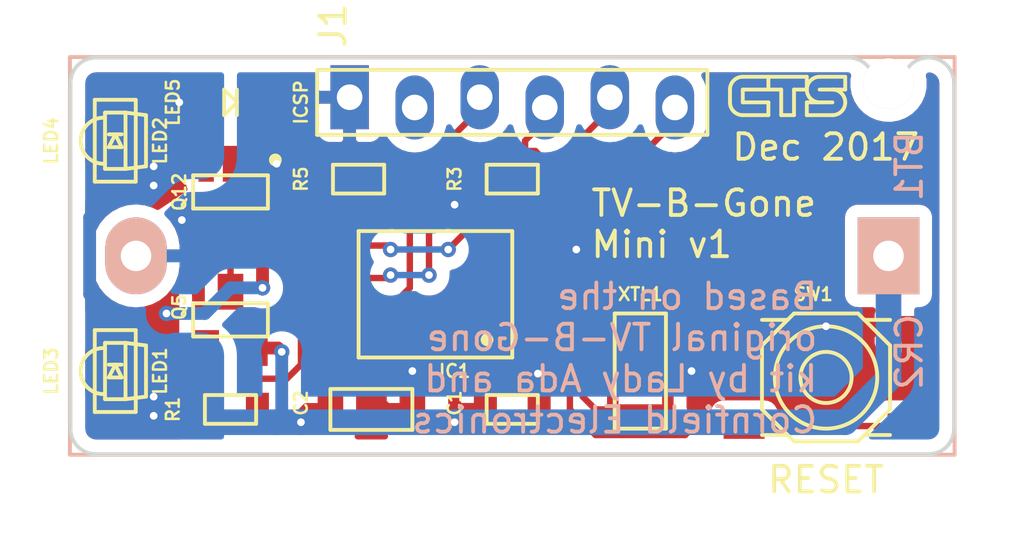
<source format=kicad_pcb>
(kicad_pcb (version 4) (host pcbnew "(2015-08-26 BZR 6129, Git 2e41367)-product")

  (general
    (links 44)
    (no_connects 0)
    (area 151.674999 100.174999 186.325001 115.825001)
    (thickness 1.6)
    (drawings 36)
    (tracks 173)
    (zones 0)
    (modules 17)
    (nets 15)
  )

  (page A4)
  (layers
    (0 F.Cu signal)
    (31 B.Cu signal)
    (32 B.Adhes user)
    (33 F.Adhes user)
    (34 B.Paste user)
    (35 F.Paste user)
    (36 B.SilkS user)
    (37 F.SilkS user)
    (38 B.Mask user)
    (39 F.Mask user)
    (40 Dwgs.User user)
    (41 Cmts.User user)
    (42 Eco1.User user)
    (43 Eco2.User user)
    (44 Edge.Cuts user)
    (45 Margin user)
    (46 B.CrtYd user)
    (47 F.CrtYd user)
    (48 B.Fab user)
    (49 F.Fab user)
  )

  (setup
    (last_trace_width 0.25)
    (trace_clearance 0.2)
    (zone_clearance 0.5)
    (zone_45_only no)
    (trace_min 0.2)
    (segment_width 0.15)
    (edge_width 0.15)
    (via_size 0.6)
    (via_drill 0.3)
    (via_min_size 0.4)
    (via_min_drill 0.3)
    (uvia_size 0.3)
    (uvia_drill 0.1)
    (uvias_allowed no)
    (uvia_min_size 0.2)
    (uvia_min_drill 0.1)
    (pcb_text_width 0.3)
    (pcb_text_size 1.5 1.5)
    (mod_edge_width 0.15)
    (mod_text_size 1 1)
    (mod_text_width 0.15)
    (pad_size 1.6 1)
    (pad_drill 0)
    (pad_to_mask_clearance 0.2)
    (aux_axis_origin 0 0)
    (visible_elements 7FFFFFFF)
    (pcbplotparams
      (layerselection 0x00030_80000001)
      (usegerberextensions false)
      (excludeedgelayer true)
      (linewidth 0.100000)
      (plotframeref false)
      (viasonmask false)
      (mode 1)
      (useauxorigin false)
      (hpglpennumber 1)
      (hpglpenspeed 20)
      (hpglpendiameter 15)
      (hpglpenoverlay 2)
      (psnegative false)
      (psa4output false)
      (plotreference true)
      (plotvalue true)
      (plotinvisibletext false)
      (padsonsilk false)
      (subtractmaskfromsilk false)
      (outputformat 1)
      (mirror false)
      (drillshape 1)
      (scaleselection 1)
      (outputdirectory ""))
  )

  (net 0 "")
  (net 1 +BATT)
  (net 2 GND)
  (net 3 ~RESET)
  (net 4 XTAL1)
  (net 5 XTAL2)
  (net 6 "Net-(LED5-Pad1)")
  (net 7 "Net-(Q5-Pad1)")
  (net 8 "Net-(LED1-Pad1)")
  (net 9 "Net-(LED2-Pad1)")
  (net 10 "Net-(Q12-Pad2)")
  (net 11 US_~EU)
  (net 12 MOSI)
  (net 13 SCK)
  (net 14 "Net-(J1-Pad2)")

  (net_class Default "This is the default net class."
    (clearance 0.2)
    (trace_width 0.25)
    (via_dia 0.6)
    (via_drill 0.3)
    (uvia_dia 0.3)
    (uvia_drill 0.1)
    (add_net GND)
    (add_net MOSI)
    (add_net "Net-(J1-Pad2)")
    (add_net "Net-(LED5-Pad1)")
    (add_net "Net-(Q12-Pad2)")
    (add_net "Net-(Q5-Pad1)")
    (add_net SCK)
    (add_net US_~EU)
    (add_net XTAL1)
    (add_net XTAL2)
    (add_net ~RESET)
  )

  (net_class "MOAR POWAR" ""
    (clearance 0.2)
    (trace_width 1)
    (via_dia 0.6)
    (via_drill 0.3)
    (uvia_dia 0.3)
    (uvia_drill 0.1)
  )

  (net_class Power ""
    (clearance 0.2)
    (trace_width 0.5)
    (via_dia 0.6)
    (via_drill 0.3)
    (uvia_dia 0.3)
    (uvia_drill 0.1)
    (add_net +BATT)
    (add_net "Net-(LED1-Pad1)")
    (add_net "Net-(LED2-Pad1)")
  )

  (module Custom_Library:Battery_Holder_CR2_TH locked (layer B.Cu) (tedit 5A47D136) (tstamp 5A471B54)
    (at 169 108 180)
    (path /5A465838)
    (fp_text reference BT1 (at -15.5 3.5 450) (layer B.SilkS)
      (effects (font (size 1 1) (thickness 0.15)) (justify mirror))
    )
    (fp_text value CR2 (at -15.5 -3.75 270) (layer B.SilkS)
      (effects (font (size 1 1) (thickness 0.15)) (justify mirror))
    )
    (fp_line (start -17.27 -7.77) (end -17.27 7.77) (layer B.SilkS) (width 0.15))
    (fp_line (start -17.27 7.77) (end 17.27 7.77) (layer B.SilkS) (width 0.15))
    (fp_line (start 17.27 7.77) (end 17.27 -7.77) (layer B.SilkS) (width 0.15))
    (fp_line (start 17.27 -7.77) (end -17.27 -7.77) (layer B.SilkS) (width 0.15))
    (pad "" np_thru_hole circle (at -14.69 6.73 180) (size 1.98 1.98) (drill 1.98) (layers *.Cu *.Mask B.SilkS))
    (pad 1 thru_hole rect (at -14.69 0 180) (size 2.4 3) (drill 1.19) (layers *.Cu *.Mask B.SilkS)
      (net 1 +BATT))
    (pad 2 thru_hole oval (at 14.69 0 180) (size 2.4 3) (drill 1.19) (layers *.Cu *.Mask B.SilkS)
      (net 2 GND))
  )

  (module Custom_Library:1206 (layer F.Cu) (tedit 5A47F5A0) (tstamp 5A471B68)
    (at 163.5 114)
    (path /5A4660CF)
    (fp_text reference C2 (at -2.75 -0.25 90) (layer F.SilkS)
      (effects (font (size 0.5 0.5) (thickness 0.1)))
    )
    (fp_text value "150uF 6.3V" (at 0 0) (layer F.Fab)
      (effects (font (size 0.5 0.5) (thickness 0.1)))
    )
    (fp_line (start -1.6 -0.8) (end 1.6 -0.8) (layer F.SilkS) (width 0.15))
    (fp_line (start 1.6 -0.8) (end 1.6 0.8) (layer F.SilkS) (width 0.15))
    (fp_line (start 1.6 0.8) (end -1.6 0.8) (layer F.SilkS) (width 0.15))
    (fp_line (start -1.6 0.8) (end -1.6 -0.8) (layer F.SilkS) (width 0.15))
    (pad 1 smd rect (at -1.6 0) (size 1 1.6) (layers F.Cu F.Paste F.Mask)
      (net 1 +BATT))
    (pad 2 smd rect (at 1.6 0) (size 1 1.6) (layers F.Cu F.Paste F.Mask)
      (net 2 GND))
  )

  (module Custom_Library:0805_LED (layer F.Cu) (tedit 5A47F28B) (tstamp 5A471B90)
    (at 158 102 180)
    (path /5A46B7D1)
    (fp_text reference LED5 (at 2.25 0 270) (layer F.SilkS)
      (effects (font (size 0.5 0.5) (thickness 0.1)))
    )
    (fp_text value GREEN (at 0 0 180) (layer F.Fab)
      (effects (font (size 0.5 0.5) (thickness 0.1)))
    )
    (fp_line (start -0.25 0) (end 0.25 -0.5) (layer F.SilkS) (width 0.15))
    (fp_line (start 0.25 -0.5) (end 0.25 0.5) (layer F.SilkS) (width 0.15))
    (fp_line (start 0.25 0.5) (end -0.25 0) (layer F.SilkS) (width 0.15))
    (fp_line (start -0.25 0.5) (end -0.25 -0.5) (layer F.SilkS) (width 0.15))
    (pad 1 smd rect (at -1.05 0 180) (size 0.9 1.3) (layers F.Cu F.Paste F.Mask)
      (net 6 "Net-(LED5-Pad1)"))
    (pad 2 smd rect (at 1.05 0 180) (size 0.9 1.3) (layers F.Cu F.Paste F.Mask)
      (net 1 +BATT))
  )

  (module Custom_Library:Pushbutton_5mm_SMD (layer F.Cu) (tedit 5A4715B9) (tstamp 5A471BFC)
    (at 181.25 112.75)
    (path /5A4661CC)
    (fp_text reference SW1 (at -0.5 -3.25) (layer F.SilkS)
      (effects (font (size 0.5 0.5) (thickness 0.1)))
    )
    (fp_text value RESET (at 0 4) (layer F.SilkS)
      (effects (font (size 1 1) (thickness 0.15)))
    )
    (fp_line (start 1.5 2.25) (end 2.5 2.25) (layer F.SilkS) (width 0.15))
    (fp_line (start -1.5 2.25) (end -2.5 2.25) (layer F.SilkS) (width 0.15))
    (fp_line (start -1.5 -2.25) (end -2.5 -2.25) (layer F.SilkS) (width 0.15))
    (fp_line (start 1.5 -2.25) (end 2.5 -2.25) (layer F.SilkS) (width 0.15))
    (fp_circle (center 0 0) (end 2 0) (layer F.SilkS) (width 0.15))
    (fp_circle (center 0 0) (end 1 0) (layer F.SilkS) (width 0.15))
    (fp_line (start -1.25 -2.5) (end 1.25 -2.5) (layer F.SilkS) (width 0.15))
    (fp_line (start 1.25 -2.5) (end 2.5 -1.25) (layer F.SilkS) (width 0.15))
    (fp_line (start 2.5 -1.25) (end 2.5 1.25) (layer F.SilkS) (width 0.15))
    (fp_line (start 2.5 1.25) (end 1.25 2.5) (layer F.SilkS) (width 0.15))
    (fp_line (start 1.25 2.5) (end -1.25 2.5) (layer F.SilkS) (width 0.15))
    (fp_line (start -1.25 2.5) (end -2.5 1.25) (layer F.SilkS) (width 0.15))
    (fp_line (start -2.5 1.25) (end -2.5 -1.25) (layer F.SilkS) (width 0.15))
    (fp_line (start -2.5 -1.25) (end -1.25 -2.5) (layer F.SilkS) (width 0.15))
    (pad 1 smd rect (at -3.2 -1.9) (size 1.6 1) (layers F.Cu F.Paste F.Mask)
      (net 2 GND))
    (pad 2 smd rect (at -3.2 1.9) (size 1.6 1) (layers F.Cu F.Paste F.Mask)
      (net 3 ~RESET))
    (pad 1 smd rect (at 3.2 -1.9) (size 1.6 1) (layers F.Cu F.Paste F.Mask)
      (net 2 GND))
    (pad 2 smd rect (at 3.2 1.9) (size 1.6 1) (layers F.Cu F.Paste F.Mask)
      (net 3 ~RESET))
  )

  (module Custom_Library:XTAL_SMD_PBRC-M (layer F.Cu) (tedit 5A47CFF3) (tstamp 5A471C0D)
    (at 174 112.5 90)
    (path /5A465FE3)
    (fp_text reference XTL1 (at 3 0 180) (layer F.SilkS)
      (effects (font (size 0.5 0.5) (thickness 0.1)))
    )
    (fp_text value 8MHz (at 0 0 90) (layer F.Fab)
      (effects (font (size 0.5 0.5) (thickness 0.1)))
    )
    (fp_line (start -2.25 -1) (end -2.25 1) (layer F.SilkS) (width 0.15))
    (fp_line (start -2.25 1) (end 2.25 1) (layer F.SilkS) (width 0.15))
    (fp_line (start 2.25 1) (end 2.25 -1) (layer F.SilkS) (width 0.15))
    (fp_line (start 2.25 -1) (end -2.25 -1) (layer F.SilkS) (width 0.15))
    (pad 1 smd rect (at -1.5 -1.075 90) (size 1 0.45) (layers F.Cu F.Paste F.Mask)
      (net 4 XTAL1))
    (pad 2 smd rect (at 0 -1.075 90) (size 1 0.45) (layers F.Cu F.Paste F.Mask)
      (net 2 GND))
    (pad 3 smd rect (at 1.5 -1.075 90) (size 1 0.45) (layers F.Cu F.Paste F.Mask)
      (net 5 XTAL2))
    (pad 1 smd rect (at -1.5 1.075 90) (size 1 0.45) (layers F.Cu F.Paste F.Mask)
      (net 4 XTAL1))
    (pad 2 smd rect (at 0 1.075 90) (size 1 0.45) (layers F.Cu F.Paste F.Mask)
      (net 2 GND))
    (pad 3 smd rect (at 1.5 1.075 90) (size 1 0.45) (layers F.Cu F.Paste F.Mask)
      (net 5 XTAL2))
    (pad 1 smd rect (at -1.5 0 90) (size 0.4 1.7) (layers F.Cu F.Paste F.Mask)
      (net 4 XTAL1))
    (pad 2 smd rect (at 0 0 90) (size 0.4 1.7) (layers F.Cu F.Paste F.Mask)
      (net 2 GND))
    (pad 3 smd rect (at 1.5 0 90) (size 0.4 1.7) (layers F.Cu F.Paste F.Mask)
      (net 5 XTAL2))
  )

  (module Custom_Library:0805 (layer F.Cu) (tedit 5A47F5A5) (tstamp 5A47212E)
    (at 169 114)
    (path /5A4660B0)
    (fp_text reference C1 (at -2.25 -0.25 90) (layer F.SilkS)
      (effects (font (size 0.5 0.5) (thickness 0.1)))
    )
    (fp_text value 0.1uF (at 0 0) (layer F.Fab)
      (effects (font (size 0.5 0.5) (thickness 0.1)))
    )
    (fp_line (start -1 0.5625) (end 1 0.5625) (layer F.SilkS) (width 0.15))
    (fp_line (start 1 0.5625) (end 1 -0.5625) (layer F.SilkS) (width 0.15))
    (fp_line (start 1 -0.5625) (end -1 -0.5625) (layer F.SilkS) (width 0.15))
    (fp_line (start -1 -0.5625) (end -1 0.5625) (layer F.SilkS) (width 0.15))
    (pad 1 smd rect (at -1.05 0) (size 0.9 1.3) (layers F.Cu F.Paste F.Mask)
      (net 1 +BATT))
    (pad 2 smd rect (at 1.05 0) (size 0.9 1.3) (layers F.Cu F.Paste F.Mask)
      (net 2 GND))
  )

  (module Custom_Library:0805 (layer F.Cu) (tedit 588A45A8) (tstamp 5A472137)
    (at 158 114)
    (path /5A46A452)
    (fp_text reference R1 (at -2.25 0 90) (layer F.SilkS)
      (effects (font (size 0.5 0.5) (thickness 0.1)))
    )
    (fp_text value 1k (at 0 0) (layer F.Fab)
      (effects (font (size 0.5 0.5) (thickness 0.1)))
    )
    (fp_line (start -1 0.5625) (end 1 0.5625) (layer F.SilkS) (width 0.15))
    (fp_line (start 1 0.5625) (end 1 -0.5625) (layer F.SilkS) (width 0.15))
    (fp_line (start 1 -0.5625) (end -1 -0.5625) (layer F.SilkS) (width 0.15))
    (fp_line (start -1 -0.5625) (end -1 0.5625) (layer F.SilkS) (width 0.15))
    (pad 1 smd rect (at -1.05 0) (size 0.9 1.3) (layers F.Cu F.Paste F.Mask)
      (net 7 "Net-(Q5-Pad1)"))
    (pad 2 smd rect (at 1.05 0) (size 0.9 1.3) (layers F.Cu F.Paste F.Mask)
      (net 12 MOSI))
  )

  (module Custom_Library:0805 (layer F.Cu) (tedit 5A47149C) (tstamp 5A472140)
    (at 169 105 180)
    (path /5A46BA96)
    (fp_text reference R3 (at 2.25 0 270) (layer F.SilkS)
      (effects (font (size 0.5 0.5) (thickness 0.1)))
    )
    (fp_text value US/~EU (at 0 0 180) (layer F.Fab)
      (effects (font (size 0.5 0.5) (thickness 0.1)))
    )
    (fp_line (start -1 0.5625) (end 1 0.5625) (layer F.SilkS) (width 0.15))
    (fp_line (start 1 0.5625) (end 1 -0.5625) (layer F.SilkS) (width 0.15))
    (fp_line (start 1 -0.5625) (end -1 -0.5625) (layer F.SilkS) (width 0.15))
    (fp_line (start -1 -0.5625) (end -1 0.5625) (layer F.SilkS) (width 0.15))
    (pad 1 smd rect (at -1.05 0 180) (size 0.9 1.3) (layers F.Cu F.Paste F.Mask)
      (net 11 US_~EU))
    (pad 2 smd rect (at 1.05 0 180) (size 0.9 1.3) (layers F.Cu F.Paste F.Mask)
      (net 2 GND))
  )

  (module Custom_Library:0805 (layer F.Cu) (tedit 5A4714A4) (tstamp 5A472149)
    (at 163 105 180)
    (path /5A46B907)
    (fp_text reference R5 (at 2.25 0 270) (layer F.SilkS)
      (effects (font (size 0.5 0.5) (thickness 0.1)))
    )
    (fp_text value 1k (at 0 0 180) (layer F.Fab)
      (effects (font (size 0.5 0.5) (thickness 0.1)))
    )
    (fp_line (start -1 0.5625) (end 1 0.5625) (layer F.SilkS) (width 0.15))
    (fp_line (start 1 0.5625) (end 1 -0.5625) (layer F.SilkS) (width 0.15))
    (fp_line (start 1 -0.5625) (end -1 -0.5625) (layer F.SilkS) (width 0.15))
    (fp_line (start -1 -0.5625) (end -1 0.5625) (layer F.SilkS) (width 0.15))
    (pad 1 smd rect (at -1.05 0 180) (size 0.9 1.3) (layers F.Cu F.Paste F.Mask)
      (net 13 SCK))
    (pad 2 smd rect (at 1.05 0 180) (size 0.9 1.3) (layers F.Cu F.Paste F.Mask)
      (net 6 "Net-(LED5-Pad1)"))
  )

  (module Custom_Library:SOT-23 (layer F.Cu) (tedit 5A4714F4) (tstamp 5A472E76)
    (at 158 110.5 90)
    (path /5A46958D)
    (fp_text reference Q5 (at 0.5 -2 90) (layer F.SilkS)
      (effects (font (size 0.5 0.5) (thickness 0.1)))
    )
    (fp_text value MMBT2907 (at 0 0 180) (layer F.Fab)
      (effects (font (size 0.5 0.5) (thickness 0.1)))
    )
    (fp_line (start -0.65 -1.46) (end 0.65 -1.46) (layer F.SilkS) (width 0.15))
    (fp_line (start 0.65 -1.46) (end 0.65 1.46) (layer F.SilkS) (width 0.15))
    (fp_line (start 0.65 1.46) (end -0.65 1.46) (layer F.SilkS) (width 0.15))
    (fp_line (start -0.65 1.46) (end -0.65 -1.46) (layer F.SilkS) (width 0.15))
    (pad 1 smd rect (at -1.1 -0.95 90) (size 1.4 1) (layers F.Cu F.Paste F.Mask)
      (net 7 "Net-(Q5-Pad1)"))
    (pad 2 smd rect (at -1.1 0.95 90) (size 1.4 1) (layers F.Cu F.Paste F.Mask)
      (net 1 +BATT))
    (pad 3 smd rect (at 1.1 0 90) (size 1.4 1) (layers F.Cu F.Paste F.Mask)
      (net 10 "Net-(Q12-Pad2)"))
  )

  (module Custom_Library:SOT-23-6 (layer F.Cu) (tedit 5A4714ED) (tstamp 5A472E80)
    (at 158 105.5 270)
    (path /5A469A20)
    (fp_text reference Q12 (at 0 2 270) (layer F.SilkS)
      (effects (font (size 0.5 0.5) (thickness 0.1)))
    )
    (fp_text value CMXT2222A (at 0 0 360) (layer F.Fab)
      (effects (font (size 0.5 0.5) (thickness 0.1)))
    )
    (fp_circle (center -1.25 -1.75) (end -1.125 -1.75) (layer F.SilkS) (width 0.25))
    (fp_line (start -0.65 -1.46) (end 0.65 -1.46) (layer F.SilkS) (width 0.15))
    (fp_line (start 0.65 -1.46) (end 0.65 1.46) (layer F.SilkS) (width 0.15))
    (fp_line (start 0.65 1.46) (end -0.65 1.46) (layer F.SilkS) (width 0.15))
    (fp_line (start -0.65 1.46) (end -0.65 -1.46) (layer F.SilkS) (width 0.15))
    (pad 1 smd rect (at -1.1 -0.95 270) (size 1.4 0.6) (layers F.Cu F.Paste F.Mask)
      (net 2 GND))
    (pad 3 smd rect (at -1.1 0.95 270) (size 1.4 0.6) (layers F.Cu F.Paste F.Mask)
      (net 9 "Net-(LED2-Pad1)"))
    (pad 5 smd rect (at 1.1 0 270) (size 1.4 0.6) (layers F.Cu F.Paste F.Mask)
      (net 10 "Net-(Q12-Pad2)"))
    (pad 2 smd rect (at -1.1 0 270) (size 1.4 0.6) (layers F.Cu F.Paste F.Mask)
      (net 10 "Net-(Q12-Pad2)"))
    (pad 4 smd rect (at 1.1 0.95 270) (size 1.4 0.6) (layers F.Cu F.Paste F.Mask)
      (net 2 GND))
    (pad 6 smd rect (at 1.1 -0.95 270) (size 1.4 0.6) (layers F.Cu F.Paste F.Mask)
      (net 8 "Net-(LED1-Pad1)"))
  )

  (module Custom_Library:SOIC-8_Wide (layer F.Cu) (tedit 5A47F2A4) (tstamp 5A473AAA)
    (at 166 109.5 90)
    (path /5A4658CF)
    (fp_text reference IC1 (at -3 0.75 180) (layer F.SilkS)
      (effects (font (size 0.5 0.5) (thickness 0.1)))
    )
    (fp_text value ATTINY85-M (at 0 0 90) (layer F.Fab)
      (effects (font (size 1 1) (thickness 0.15)))
    )
    (fp_circle (center -1.778 2.016) (end -1.653 2.016) (layer F.SilkS) (width 0.25))
    (fp_line (start -2.47 3) (end 2.47 3) (layer F.SilkS) (width 0.15))
    (fp_line (start 2.47 3) (end 2.47 -3) (layer F.SilkS) (width 0.15))
    (fp_line (start 2.47 -3) (end -2.47 -3) (layer F.SilkS) (width 0.15))
    (fp_line (start -2.47 -3) (end -2.47 3) (layer F.SilkS) (width 0.15))
    (pad 1 smd rect (at -1.905 3.6 90) (size 0.6 2) (layers F.Cu F.Paste F.Mask)
      (net 3 ~RESET))
    (pad 2 smd rect (at -0.635 3.6 90) (size 0.6 2) (layers F.Cu F.Paste F.Mask)
      (net 4 XTAL1))
    (pad 3 smd rect (at 0.635 3.6 90) (size 0.6 2) (layers F.Cu F.Paste F.Mask)
      (net 5 XTAL2))
    (pad 4 smd rect (at 1.905 3.6 90) (size 0.6 2) (layers F.Cu F.Paste F.Mask)
      (net 2 GND))
    (pad 5 smd rect (at 1.905 -3.6 90) (size 0.6 2) (layers F.Cu F.Paste F.Mask)
      (net 12 MOSI))
    (pad 6 smd rect (at 0.635 -3.6 90) (size 0.6 2) (layers F.Cu F.Paste F.Mask)
      (net 11 US_~EU))
    (pad 7 smd rect (at -0.635 -3.6 90) (size 0.6 2) (layers F.Cu F.Paste F.Mask)
      (net 13 SCK))
    (pad 8 smd rect (at -1.905 -3.6 90) (size 0.6 2) (layers F.Cu F.Paste F.Mask)
      (net 1 +BATT))
  )

  (module Custom_Library:LED_VSMB2943SL (layer F.Cu) (tedit 5A47EB7F) (tstamp 5A475580)
    (at 153.5 112.5 270)
    (path /5A46A099)
    (fp_text reference LED1 (at 0 -1.75 270) (layer F.SilkS)
      (effects (font (size 0.5 0.5) (thickness 0.1)))
    )
    (fp_text value VSMB2943SLX01 (at 0 0 270) (layer F.Fab)
      (effects (font (size 0.5 0.5) (thickness 0.1)))
    )
    (fp_line (start -0.25 0) (end 0.25 -0.25) (layer F.SilkS) (width 0.15))
    (fp_line (start 0.25 -0.25) (end 0.25 0.25) (layer F.SilkS) (width 0.15))
    (fp_line (start 0.25 0.25) (end -0.25 0) (layer F.SilkS) (width 0.15))
    (fp_line (start -0.25 0.25) (end -0.25 -0.25) (layer F.SilkS) (width 0.15))
    (fp_arc (start 0 0.45) (end 0.9 0.45) (angle 180) (layer F.SilkS) (width 0.15))
    (fp_line (start -1.1 -0.4) (end -1 -1.2) (layer F.SilkS) (width 0.15))
    (fp_line (start -1 -1.2) (end 1 -1.2) (layer F.SilkS) (width 0.15))
    (fp_line (start 1 -1.2) (end 1.1 -0.4) (layer F.SilkS) (width 0.15))
    (fp_line (start -1.1 0.4) (end -1.1 -0.4) (layer F.SilkS) (width 0.15))
    (fp_line (start -1.1 -0.4) (end 1.1 -0.4) (layer F.SilkS) (width 0.15))
    (fp_line (start 1.1 -0.4) (end 1.1 0.4) (layer F.SilkS) (width 0.15))
    (fp_line (start 1.1 0.4) (end -1.1 0.4) (layer F.SilkS) (width 0.15))
    (pad 1 smd rect (at -1.65 0 270) (size 0.9 1.2) (layers F.Cu F.Paste F.Mask)
      (net 8 "Net-(LED1-Pad1)"))
    (pad 2 smd rect (at 1.65 0 270) (size 0.9 1.2) (layers F.Cu F.Paste F.Mask)
      (net 1 +BATT))
  )

  (module Custom_Library:LED_VSMB2943SL (layer F.Cu) (tedit 5A47F658) (tstamp 5A475592)
    (at 153.5 103.5 270)
    (path /5A471285)
    (fp_text reference LED2 (at 0 -1.75 270) (layer F.SilkS)
      (effects (font (size 0.5 0.5) (thickness 0.1)))
    )
    (fp_text value VSMB2943SLX01 (at 0 0 270) (layer F.Fab)
      (effects (font (size 0.5 0.5) (thickness 0.1)))
    )
    (fp_line (start -0.25 0) (end 0.25 -0.25) (layer F.SilkS) (width 0.15))
    (fp_line (start 0.25 -0.25) (end 0.25 0.25) (layer F.SilkS) (width 0.15))
    (fp_line (start 0.25 0.25) (end -0.25 0) (layer F.SilkS) (width 0.15))
    (fp_line (start -0.25 0.25) (end -0.25 -0.25) (layer F.SilkS) (width 0.15))
    (fp_arc (start 0 0.45) (end 0.9 0.45) (angle 180) (layer F.SilkS) (width 0.15))
    (fp_line (start -1.1 -0.4) (end -1 -1.2) (layer F.SilkS) (width 0.15))
    (fp_line (start -1 -1.2) (end 1 -1.2) (layer F.SilkS) (width 0.15))
    (fp_line (start 1 -1.2) (end 1.1 -0.4) (layer F.SilkS) (width 0.15))
    (fp_line (start -1.1 0.4) (end -1.1 -0.4) (layer F.SilkS) (width 0.15))
    (fp_line (start -1.1 -0.4) (end 1.1 -0.4) (layer F.SilkS) (width 0.15))
    (fp_line (start 1.1 -0.4) (end 1.1 0.4) (layer F.SilkS) (width 0.15))
    (fp_line (start 1.1 0.4) (end -1.1 0.4) (layer F.SilkS) (width 0.15))
    (pad 1 smd rect (at -1.65 0 270) (size 0.9 1.2) (layers F.Cu F.Paste F.Mask)
      (net 9 "Net-(LED2-Pad1)"))
    (pad 2 smd rect (at 1.65 0 270) (size 0.9 1.2) (layers F.Cu F.Paste F.Mask)
      (net 1 +BATT))
  )

  (module Custom_Library:1206 (layer F.Cu) (tedit 5A46CFB3) (tstamp 5A47644A)
    (at 153.5 112.5 270)
    (path /5A47167A)
    (fp_text reference LED3 (at 0 2.5 450) (layer F.SilkS)
      (effects (font (size 0.5 0.5) (thickness 0.1)))
    )
    (fp_text value "DNP SFH 4646-Z" (at 0 0 270) (layer F.Fab)
      (effects (font (size 0.5 0.5) (thickness 0.1)))
    )
    (fp_line (start -1.6 -0.8) (end 1.6 -0.8) (layer F.SilkS) (width 0.15))
    (fp_line (start 1.6 -0.8) (end 1.6 0.8) (layer F.SilkS) (width 0.15))
    (fp_line (start 1.6 0.8) (end -1.6 0.8) (layer F.SilkS) (width 0.15))
    (fp_line (start -1.6 0.8) (end -1.6 -0.8) (layer F.SilkS) (width 0.15))
    (pad 1 smd rect (at -1.6 0 270) (size 1 1.6) (layers F.Cu F.Paste F.Mask)
      (net 8 "Net-(LED1-Pad1)"))
    (pad 2 smd rect (at 1.6 0 270) (size 1 1.6) (layers F.Cu F.Paste F.Mask)
      (net 1 +BATT))
  )

  (module Custom_Library:1206 (layer F.Cu) (tedit 5A46CF96) (tstamp 5A476453)
    (at 153.5 103.5 270)
    (path /5A471757)
    (fp_text reference LED4 (at 0 2.5 450) (layer F.SilkS)
      (effects (font (size 0.5 0.5) (thickness 0.1)))
    )
    (fp_text value "DNP SFH 4646-Z" (at 0 0 270) (layer F.Fab)
      (effects (font (size 0.5 0.5) (thickness 0.1)))
    )
    (fp_line (start -1.6 -0.8) (end 1.6 -0.8) (layer F.SilkS) (width 0.15))
    (fp_line (start 1.6 -0.8) (end 1.6 0.8) (layer F.SilkS) (width 0.15))
    (fp_line (start 1.6 0.8) (end -1.6 0.8) (layer F.SilkS) (width 0.15))
    (fp_line (start -1.6 0.8) (end -1.6 -0.8) (layer F.SilkS) (width 0.15))
    (pad 1 smd rect (at -1.6 0 270) (size 1 1.6) (layers F.Cu F.Paste F.Mask)
      (net 9 "Net-(LED2-Pad1)"))
    (pad 2 smd rect (at 1.6 0 270) (size 1 1.6) (layers F.Cu F.Paste F.Mask)
      (net 1 +BATT))
  )

  (module Custom_Library:Pin_Header_01x06_Staggered (layer F.Cu) (tedit 5A471541) (tstamp 5A4789D1)
    (at 169 102)
    (descr "Through hole straight pin header, 1x06, 2.54mm pitch, single row")
    (tags "Through hole pin header THT 1x06 2.54mm single row")
    (path /5A472AAD)
    (fp_text reference J1 (at -7 -3 90) (layer F.SilkS)
      (effects (font (size 1 1) (thickness 0.15)))
    )
    (fp_text value ICSP (at -8.25 0 90) (layer F.SilkS)
      (effects (font (size 0.5 0.5) (thickness 0.1)))
    )
    (fp_line (start -7.62 -1.27) (end 7.62 -1.27) (layer F.SilkS) (width 0.15))
    (fp_line (start 7.62 -1.27) (end 7.62 1.27) (layer F.SilkS) (width 0.15))
    (fp_line (start 7.62 1.27) (end -7.62 1.27) (layer F.SilkS) (width 0.15))
    (fp_line (start -7.62 1.27) (end -7.62 -1.27) (layer F.SilkS) (width 0.15))
    (fp_line (start 1.39 1.27) (end -1.39 1.27) (layer F.SilkS) (width 0.12))
    (pad 1 thru_hole rect (at -6.35 -0.2) (size 1.5 2.5) (drill 1) (layers *.Cu *.Mask)
      (net 2 GND))
    (pad 2 thru_hole oval (at -3.81 0.2) (size 1.5 2.5) (drill 1) (layers *.Cu *.Mask)
      (net 14 "Net-(J1-Pad2)"))
    (pad 3 thru_hole oval (at -1.27 -0.2) (size 1.5 2.5) (drill 1) (layers *.Cu *.Mask)
      (net 13 SCK))
    (pad 4 thru_hole oval (at 1.27 0.2) (size 1.5 2.5) (drill 1) (layers *.Cu *.Mask)
      (net 11 US_~EU))
    (pad 5 thru_hole oval (at 3.81 -0.2) (size 1.5 2.5) (drill 1) (layers *.Cu *.Mask)
      (net 12 MOSI))
    (pad 6 thru_hole oval (at 6.35 0.2) (size 1.5 2.5) (drill 1) (layers *.Cu *.Mask)
      (net 3 ~RESET))
    (model Pin_Headers.3dshapes/Pin_Header_Straight_1x06_Pitch2.54mm.wrl
      (at (xyz 0 -0.25 0))
      (scale (xyz 1 1 1))
      (rotate (xyz 0 0 90))
    )
  )

  (gr_text "Dec 2017" (at 177.5 103.75) (layer F.SilkS)
    (effects (font (size 1 1) (thickness 0.15)) (justify left))
  )
  (gr_text "TV-B-Gone\nMini v1" (at 172 106.75) (layer F.SilkS)
    (effects (font (size 1 1) (thickness 0.15)) (justify left))
  )
  (gr_text "Based on the\noriginal TV-B-Gone\nkit by Lady Ada and\nCornfield Electronics" (at 181 112) (layer B.SilkS)
    (effects (font (size 1 1) (thickness 0.15)) (justify left mirror))
  )
  (gr_line (start 184.25 101.25) (end 183.13 101.25) (angle 90) (layer Edge.Cuts) (width 0.15))
  (gr_arc (start 182.13 101.25) (end 182.13 100.25) (angle 90) (layer Edge.Cuts) (width 0.15))
  (gr_arc (start 185.25 101.25) (end 184.25 101.25) (angle 180) (layer Edge.Cuts) (width 0.15))
  (gr_line (start 180.5 102.5) (end 181.5 102.5) (angle 90) (layer F.SilkS) (width 0.15))
  (gr_line (start 180.5 102) (end 180.5 102.5) (angle 90) (layer F.SilkS) (width 0.15))
  (gr_line (start 181.5 102) (end 180.5 102) (angle 90) (layer F.SilkS) (width 0.15))
  (gr_line (start 182 101.5) (end 181 101.5) (angle 90) (layer F.SilkS) (width 0.15))
  (gr_line (start 182 101) (end 182 101.5) (angle 90) (layer F.SilkS) (width 0.15))
  (gr_line (start 181 101) (end 182 101) (angle 90) (layer F.SilkS) (width 0.15))
  (gr_line (start 179 101.5) (end 179 101) (angle 90) (layer F.SilkS) (width 0.15))
  (gr_line (start 180.5 101) (end 180.5 101.5) (angle 90) (layer F.SilkS) (width 0.15))
  (gr_line (start 178 101) (end 180.5 101) (angle 90) (layer F.SilkS) (width 0.15))
  (gr_line (start 177.5 102) (end 177.5 101.5) (angle 90) (layer F.SilkS) (width 0.15))
  (gr_line (start 179 102.5) (end 178 102.5) (angle 90) (layer F.SilkS) (width 0.15))
  (gr_line (start 179 102) (end 179 102.5) (angle 90) (layer F.SilkS) (width 0.15))
  (gr_line (start 178 102) (end 179 102) (angle 90) (layer F.SilkS) (width 0.15))
  (gr_line (start 178 101.5) (end 178 102) (angle 90) (layer F.SilkS) (width 0.15))
  (gr_line (start 179.5 101.5) (end 178 101.5) (angle 90) (layer F.SilkS) (width 0.15))
  (gr_line (start 179.5 102.5) (end 179.5 101.5) (angle 90) (layer F.SilkS) (width 0.15))
  (gr_line (start 180 102.5) (end 179.5 102.5) (angle 90) (layer F.SilkS) (width 0.15))
  (gr_line (start 180 101.5) (end 180 102.5) (angle 90) (layer F.SilkS) (width 0.15))
  (gr_line (start 180.5 101.5) (end 180 101.5) (angle 90) (layer F.SilkS) (width 0.15))
  (gr_arc (start 181 101.5) (end 181 102) (angle 180) (layer F.SilkS) (width 0.15))
  (gr_arc (start 181.5 102) (end 181.5 101.5) (angle 180) (layer F.SilkS) (width 0.15))
  (gr_arc (start 178 102) (end 178 102.5) (angle 90) (layer F.SilkS) (width 0.15))
  (gr_arc (start 178 101.5) (end 177.5 101.5) (angle 90) (layer F.SilkS) (width 0.15))
  (gr_line (start 182.13 100.25) (end 152.75 100.25) (angle 90) (layer Edge.Cuts) (width 0.15))
  (gr_line (start 186.25 114.75) (end 186.25 101.25) (angle 90) (layer Edge.Cuts) (width 0.15))
  (gr_line (start 152.75 115.75) (end 185.25 115.75) (angle 90) (layer Edge.Cuts) (width 0.15))
  (gr_line (start 151.75 101.25) (end 151.75 114.75) (angle 90) (layer Edge.Cuts) (width 0.15))
  (gr_arc (start 152.75 101.25) (end 151.75 101.25) (angle 90) (layer Edge.Cuts) (width 0.15))
  (gr_arc (start 152.75 114.75) (end 152.75 115.75) (angle 90) (layer Edge.Cuts) (width 0.15))
  (gr_arc (start 185.25 114.75) (end 186.25 114.75) (angle 90) (layer Edge.Cuts) (width 0.15))

  (segment (start 166.75 112.5) (end 166.75 114) (width 0.5) (layer F.Cu) (net 1) (tstamp 5A47CFBA))
  (segment (start 167.95 114) (end 167 114) (width 0.5) (layer F.Cu) (net 1))
  (segment (start 167 114) (end 166.75 114.25) (width 0.5) (layer F.Cu) (net 1) (tstamp 5A47F562))
  (segment (start 166.75 114.25) (end 166.75 114.5) (width 0.5) (layer F.Cu) (net 1) (tstamp 5A47F563))
  (segment (start 167.95 114) (end 166.75 114) (width 0.5) (layer F.Cu) (net 1))
  (segment (start 161.9 114) (end 161 114) (width 0.5) (layer F.Cu) (net 1))
  (segment (start 160.75 114.25) (end 160.75 114.5) (width 0.5) (layer F.Cu) (net 1) (tstamp 5A47F508))
  (segment (start 161 114) (end 160.75 114.25) (width 0.5) (layer F.Cu) (net 1) (tstamp 5A47F503))
  (segment (start 156.95 102) (end 156 102) (width 0.25) (layer F.Cu) (net 1))
  (via (at 156 102) (size 0.6) (drill 0.3) (layers F.Cu B.Cu) (net 1))
  (segment (start 153.5 105.15) (end 154.85 105.15) (width 0.25) (layer F.Cu) (net 1))
  (segment (start 155 105) (end 155 104.5) (width 0.25) (layer F.Cu) (net 1) (tstamp 5A47DE5D))
  (segment (start 154.85 105.15) (end 155 105) (width 0.25) (layer F.Cu) (net 1) (tstamp 5A47DE5C))
  (via (at 155 104.5) (size 0.6) (drill 0.3) (layers F.Cu B.Cu) (net 1))
  (segment (start 160 111.75) (end 160 114.25) (width 0.5) (layer B.Cu) (net 1))
  (segment (start 159.85 111.6) (end 160 111.75) (width 0.5) (layer F.Cu) (net 1) (tstamp 5A47EF7E))
  (via (at 160 111.75) (size 0.6) (drill 0.3) (layers F.Cu B.Cu) (net 1))
  (segment (start 158.95 111.6) (end 159.85 111.6) (width 0.5) (layer F.Cu) (net 1))
  (segment (start 160 114.25) (end 159.75 114.5) (width 0.5) (layer B.Cu) (net 1) (tstamp 5A47EF8B))
  (segment (start 153.5 114.15) (end 154.9 114.15) (width 0.5) (layer F.Cu) (net 1))
  (via (at 155 113.5) (size 0.6) (drill 0.3) (layers F.Cu B.Cu) (net 1))
  (segment (start 155 114.25) (end 155 113.5) (width 0.5) (layer B.Cu) (net 1) (tstamp 5A47EB72))
  (via (at 155 114.25) (size 0.6) (drill 0.3) (layers F.Cu B.Cu) (net 1))
  (segment (start 154.9 114.15) (end 155 114.25) (width 0.5) (layer F.Cu) (net 1) (tstamp 5A47EB70))
  (segment (start 153.5 110.5) (end 153.5 112.5) (width 0.25) (layer B.Cu) (net 1))
  (segment (start 153.5 112.5) (end 155 114) (width 0.25) (layer B.Cu) (net 1) (tstamp 5A47D642))
  (segment (start 153.5 110.5) (end 152.5 109.5) (width 0.5) (layer B.Cu) (net 1) (tstamp 5A47D640))
  (segment (start 152.5 106.5) (end 153.75 105.25) (width 0.5) (layer B.Cu) (net 1) (tstamp 5A47CE4A))
  (segment (start 152.5 109.5) (end 152.5 106.5) (width 0.5) (layer B.Cu) (net 1) (tstamp 5A47CE5C))
  (segment (start 153.75 105.25) (end 155 105.25) (width 0.5) (layer B.Cu) (net 1) (tstamp 5A47CE4E))
  (segment (start 153.5 105.15) (end 154.9 105.15) (width 0.5) (layer F.Cu) (net 1))
  (via (at 155 105.25) (size 0.6) (drill 0.3) (layers F.Cu B.Cu) (net 1))
  (segment (start 154.9 105.15) (end 155 105.25) (width 0.5) (layer F.Cu) (net 1) (tstamp 5A47169F))
  (segment (start 162.4 111.405) (end 165.655 111.405) (width 0.5) (layer F.Cu) (net 1))
  (segment (start 165.655 111.405) (end 166.75 112.5) (width 0.5) (layer F.Cu) (net 1) (tstamp 5A47CFB6))
  (segment (start 166.75 114) (end 166.75 114.5) (width 0.5) (layer F.Cu) (net 1) (tstamp 5A47F511))
  (via (at 166.75 114.5) (size 0.6) (drill 0.3) (layers F.Cu B.Cu) (net 1))
  (via (at 160.75 114.5) (size 0.6) (drill 0.3) (layers F.Cu B.Cu) (net 1))
  (segment (start 183.69 108) (end 183.69 112.81) (width 1) (layer B.Cu) (net 1))
  (segment (start 182 114.5) (end 166.75 114.5) (width 1) (layer B.Cu) (net 1) (tstamp 5A47CEF9))
  (segment (start 183.69 112.81) (end 182 114.5) (width 1) (layer B.Cu) (net 1) (tstamp 5A47CEF7))
  (segment (start 166.75 114.5) (end 160.75 114.5) (width 1) (layer B.Cu) (net 1) (tstamp 5A47CFB4))
  (segment (start 160.75 114.5) (end 159.75 114.5) (width 1) (layer B.Cu) (net 1) (tstamp 5A47CF85))
  (segment (start 159.75 114.5) (end 155.5 114.5) (width 1) (layer B.Cu) (net 1) (tstamp 5A47EF93))
  (segment (start 155.5 114.5) (end 155 114) (width 1) (layer B.Cu) (net 1) (tstamp 5A47F4DB))
  (segment (start 167.95 105) (end 167 105) (width 0.25) (layer F.Cu) (net 2))
  (via (at 166.75 106) (size 0.6) (drill 0.3) (layers F.Cu B.Cu) (net 2))
  (segment (start 166.75 105.25) (end 166.75 106) (width 0.25) (layer F.Cu) (net 2) (tstamp 5A47F6B8))
  (segment (start 167 105) (end 166.75 105.25) (width 0.25) (layer F.Cu) (net 2) (tstamp 5A47F6B7))
  (segment (start 170.05 114) (end 170.05 112.65) (width 0.25) (layer F.Cu) (net 2))
  (via (at 170 112.6) (size 0.6) (drill 0.3) (layers F.Cu B.Cu) (net 2))
  (segment (start 170.05 112.65) (end 170 112.6) (width 0.25) (layer F.Cu) (net 2) (tstamp 5A47F539))
  (segment (start 165.1 114) (end 165.1 112.5) (width 0.25) (layer F.Cu) (net 2))
  (via (at 165.1 112.5) (size 0.6) (drill 0.3) (layers F.Cu B.Cu) (net 2))
  (segment (start 178.05 110.85) (end 181.15 110.85) (width 0.25) (layer F.Cu) (net 2))
  (via (at 181.25 110.75) (size 0.6) (drill 0.3) (layers F.Cu B.Cu) (net 2))
  (segment (start 181.15 110.85) (end 181.25 110.75) (width 0.25) (layer F.Cu) (net 2) (tstamp 5A47F417))
  (segment (start 154.31 108) (end 157 108) (width 0.25) (layer F.Cu) (net 2))
  (segment (start 157 108) (end 157.05 107.95) (width 0.25) (layer F.Cu) (net 2) (tstamp 5A47F175))
  (segment (start 157.05 106.6) (end 157.05 107.95) (width 0.5) (layer F.Cu) (net 2))
  (segment (start 157.05 107.95) (end 157 108) (width 0.5) (layer F.Cu) (net 2) (tstamp 5A47EF4B))
  (segment (start 157.05 106.6) (end 156.1 106.6) (width 0.25) (layer F.Cu) (net 2))
  (via (at 156.1 106.6) (size 0.6) (drill 0.3) (layers F.Cu B.Cu) (net 2))
  (segment (start 158.95 104.4) (end 159.8 104.4) (width 0.25) (layer F.Cu) (net 2))
  (via (at 159.8 104.4) (size 0.6) (drill 0.3) (layers F.Cu B.Cu) (net 2))
  (segment (start 174 112.5) (end 172.925 112.5) (width 0.25) (layer F.Cu) (net 2))
  (segment (start 175.075 112.5) (end 174 112.5) (width 0.25) (layer F.Cu) (net 2))
  (segment (start 169.6 107.595) (end 171.345 107.595) (width 0.5) (layer F.Cu) (net 2))
  (via (at 171.5 107.75) (size 0.6) (drill 0.3) (layers F.Cu B.Cu) (net 2))
  (segment (start 171.345 107.595) (end 171.5 107.75) (width 0.5) (layer F.Cu) (net 2) (tstamp 5A47D090))
  (segment (start 175.075 112.5) (end 176 112.5) (width 0.25) (layer F.Cu) (net 2))
  (via (at 176 112.5) (size 0.6) (drill 0.3) (layers F.Cu B.Cu) (net 2))
  (segment (start 168.25 106.75) (end 171 106.75) (width 0.25) (layer F.Cu) (net 3))
  (segment (start 174.1 104) (end 175.35 102.75) (width 0.25) (layer F.Cu) (net 3) (tstamp 5A47F764))
  (segment (start 172.5 104) (end 174.1 104) (width 0.25) (layer F.Cu) (net 3) (tstamp 5A47F761))
  (segment (start 171.75 104.75) (end 172.5 104) (width 0.25) (layer F.Cu) (net 3) (tstamp 5A47F75C))
  (segment (start 171.75 106) (end 171.75 104.75) (width 0.25) (layer F.Cu) (net 3) (tstamp 5A47F75B))
  (segment (start 171 106.75) (end 171.75 106) (width 0.25) (layer F.Cu) (net 3) (tstamp 5A47F759))
  (segment (start 175.35 102.75) (end 175.35 102.2) (width 0.25) (layer F.Cu) (net 3) (tstamp 5A47F76B))
  (segment (start 175.35 102.65) (end 175.35 102.2) (width 0.25) (layer F.Cu) (net 3) (tstamp 5A47F736))
  (segment (start 169.6 111.405) (end 168.155 111.405) (width 0.25) (layer F.Cu) (net 3))
  (segment (start 167.75 107.25) (end 168.25 106.75) (width 0.25) (layer F.Cu) (net 3) (tstamp 5A47D06D))
  (segment (start 167.75 111) (end 167.75 107.25) (width 0.25) (layer F.Cu) (net 3) (tstamp 5A47D06C))
  (segment (start 168.155 111.405) (end 167.75 111) (width 0.25) (layer F.Cu) (net 3) (tstamp 5A47D06A))
  (segment (start 171.25 114) (end 171.25 111.75) (width 0.25) (layer F.Cu) (net 3))
  (segment (start 176.1 114.65) (end 175.75 115) (width 0.25) (layer F.Cu) (net 3) (tstamp 5A47D040))
  (segment (start 175.75 115) (end 172.25 115) (width 0.25) (layer F.Cu) (net 3) (tstamp 5A47D044))
  (segment (start 172.25 115) (end 171.25 114) (width 0.25) (layer F.Cu) (net 3) (tstamp 5A47D046))
  (segment (start 178.05 114.65) (end 176.1 114.65) (width 0.25) (layer F.Cu) (net 3))
  (segment (start 170.905 111.405) (end 169.6 111.405) (width 0.25) (layer F.Cu) (net 3) (tstamp 5A47D05D))
  (segment (start 171.25 111.75) (end 170.905 111.405) (width 0.25) (layer F.Cu) (net 3) (tstamp 5A47D05B))
  (segment (start 178.05 114.65) (end 184.45 114.65) (width 0.25) (layer F.Cu) (net 3))
  (segment (start 171.75 113.5) (end 171.75 111.25) (width 0.25) (layer F.Cu) (net 4))
  (segment (start 171.75 111.25) (end 171.5 111) (width 0.25) (layer F.Cu) (net 4) (tstamp 5A47D055))
  (segment (start 172.925 114) (end 172.25 114) (width 0.25) (layer F.Cu) (net 4))
  (segment (start 171.135 110.135) (end 169.6 110.135) (width 0.25) (layer F.Cu) (net 4) (tstamp 5A47D022))
  (segment (start 171.5 110.5) (end 171.135 110.135) (width 0.25) (layer F.Cu) (net 4) (tstamp 5A47D021))
  (segment (start 171.5 111) (end 171.5 110.5) (width 0.25) (layer F.Cu) (net 4) (tstamp 5A47D058))
  (segment (start 172.25 114) (end 171.75 113.5) (width 0.25) (layer F.Cu) (net 4) (tstamp 5A47D01F))
  (segment (start 175.075 114) (end 174 114) (width 0.25) (layer F.Cu) (net 4))
  (segment (start 172.925 114) (end 174 114) (width 0.25) (layer F.Cu) (net 4))
  (segment (start 169.6 108.865) (end 171.365 108.865) (width 0.25) (layer F.Cu) (net 5))
  (segment (start 172.25 111) (end 172.925 111) (width 0.25) (layer F.Cu) (net 5) (tstamp 5A47D02A))
  (segment (start 172 110.75) (end 172.25 111) (width 0.25) (layer F.Cu) (net 5) (tstamp 5A47D027))
  (segment (start 172 109.5) (end 172 110.75) (width 0.25) (layer F.Cu) (net 5) (tstamp 5A47D026))
  (segment (start 171.365 108.865) (end 172 109.5) (width 0.25) (layer F.Cu) (net 5) (tstamp 5A47D025))
  (segment (start 172.925 111) (end 174 111) (width 0.25) (layer F.Cu) (net 5))
  (segment (start 175.075 111) (end 174 111) (width 0.25) (layer F.Cu) (net 5))
  (segment (start 161.95 105) (end 161 105) (width 0.25) (layer F.Cu) (net 6))
  (segment (start 160 102) (end 159.05 102) (width 0.25) (layer F.Cu) (net 6) (tstamp 5A47D49A))
  (segment (start 160.75 102.75) (end 160 102) (width 0.25) (layer F.Cu) (net 6) (tstamp 5A47D497))
  (segment (start 160.75 104.75) (end 160.75 102.75) (width 0.25) (layer F.Cu) (net 6) (tstamp 5A47D495))
  (segment (start 161 105) (end 160.75 104.75) (width 0.25) (layer F.Cu) (net 6) (tstamp 5A47D494))
  (segment (start 156.95 114) (end 156.95 112.8) (width 0.25) (layer F.Cu) (net 7))
  (segment (start 157.05 112.7) (end 157.05 111.6) (width 0.25) (layer F.Cu) (net 7) (tstamp 5A47140A))
  (segment (start 156.95 112.8) (end 157.05 112.7) (width 0.25) (layer F.Cu) (net 7) (tstamp 5A471406))
  (segment (start 159.25 109.25) (end 158 109.25) (width 0.5) (layer B.Cu) (net 8))
  (segment (start 158 109.25) (end 157 110.25) (width 0.5) (layer B.Cu) (net 8) (tstamp 5A47F630))
  (segment (start 155.5 110.25) (end 157 110.25) (width 0.5) (layer B.Cu) (net 8))
  (segment (start 157 110.25) (end 158 109.25) (width 0.5) (layer B.Cu) (net 8) (tstamp 5A47F628))
  (segment (start 159.25 108.25) (end 159 108) (width 0.5) (layer F.Cu) (net 8) (tstamp 5A47F5EF))
  (segment (start 159.25 109.25) (end 159.25 108.25) (width 0.5) (layer F.Cu) (net 8) (tstamp 5A47F5EE))
  (via (at 159.25 109.25) (size 0.6) (drill 0.3) (layers F.Cu B.Cu) (net 8))
  (segment (start 153.5 110.85) (end 154.9 110.85) (width 0.5) (layer F.Cu) (net 8))
  (segment (start 154.9 110.85) (end 155.5 110.25) (width 0.5) (layer F.Cu) (net 8) (tstamp 5A47F259))
  (via (at 155.5 110.25) (size 0.6) (drill 0.3) (layers F.Cu B.Cu) (net 8))
  (segment (start 158.95 107.95) (end 158.95 106.6) (width 0.5) (layer F.Cu) (net 8))
  (segment (start 158.95 107.95) (end 159 108) (width 0.5) (layer F.Cu) (net 8) (tstamp 5A478A87))
  (segment (start 157.05 104.4) (end 156.4 104.4) (width 0.5) (layer F.Cu) (net 9))
  (segment (start 156 103.5) (end 155 102.5) (width 0.5) (layer F.Cu) (net 9) (tstamp 5A47F150))
  (segment (start 156 104) (end 156 103.5) (width 0.5) (layer F.Cu) (net 9) (tstamp 5A47F14E))
  (segment (start 156.4 104.4) (end 156 104) (width 0.5) (layer F.Cu) (net 9) (tstamp 5A47F14C))
  (segment (start 158 104.4) (end 158 106.6) (width 0.25) (layer F.Cu) (net 10))
  (segment (start 158 109.4) (end 158 106.6) (width 0.25) (layer F.Cu) (net 10))
  (segment (start 170.05 105) (end 170.05 104.05) (width 0.25) (layer F.Cu) (net 11))
  (segment (start 169.9 103.9) (end 169.5 103.9) (width 0.25) (layer F.Cu) (net 11) (tstamp 5A47F496))
  (segment (start 170.05 104.05) (end 169.9 103.9) (width 0.25) (layer F.Cu) (net 11) (tstamp 5A47F495))
  (segment (start 169.5 103.9) (end 169.5 103.5) (width 0.25) (layer F.Cu) (net 11))
  (segment (start 169.5 103.5) (end 170.27 102.73) (width 0.25) (layer F.Cu) (net 11) (tstamp 5A47F488))
  (segment (start 170.27 102.73) (end 170.27 102.2) (width 0.25) (layer F.Cu) (net 11) (tstamp 5A47F489))
  (segment (start 165.75 108.75) (end 165.75 105) (width 0.25) (layer F.Cu) (net 11))
  (segment (start 165.75 105) (end 166.85 103.9) (width 0.25) (layer F.Cu) (net 11) (tstamp 5A47F474))
  (segment (start 164.135 108.865) (end 164.25 108.75) (width 0.25) (layer F.Cu) (net 11) (tstamp 5A47D204))
  (via (at 164.25 108.75) (size 0.6) (drill 0.3) (layers F.Cu B.Cu) (net 11))
  (segment (start 164.25 108.75) (end 165.75 108.75) (width 0.25) (layer B.Cu) (net 11) (tstamp 5A47D207))
  (via (at 165.75 108.75) (size 0.6) (drill 0.3) (layers F.Cu B.Cu) (net 11))
  (segment (start 162.4 108.865) (end 164.135 108.865) (width 0.25) (layer F.Cu) (net 11))
  (segment (start 169.5 103.9) (end 166.85 103.9) (width 0.25) (layer F.Cu) (net 11) (tstamp 5A47F486))
  (segment (start 166.85 103.9) (end 166.9 103.9) (width 0.25) (layer F.Cu) (net 11) (tstamp 5A47D352))
  (segment (start 168 106.25) (end 170.75 106.25) (width 0.25) (layer F.Cu) (net 12))
  (segment (start 171.25 103.85) (end 172.81 102.29) (width 0.25) (layer F.Cu) (net 12) (tstamp 5A47F746))
  (segment (start 171.25 105.75) (end 171.25 103.85) (width 0.25) (layer F.Cu) (net 12) (tstamp 5A47F745))
  (segment (start 170.75 106.25) (end 171.25 105.75) (width 0.25) (layer F.Cu) (net 12) (tstamp 5A47F744))
  (segment (start 172.81 102.29) (end 172.81 101.8) (width 0.25) (layer F.Cu) (net 12) (tstamp 5A47F752))
  (segment (start 159.05 114) (end 159.05 112.95) (width 0.25) (layer F.Cu) (net 12))
  (segment (start 160.2 112.8) (end 160.75 112.25) (width 0.25) (layer F.Cu) (net 12) (tstamp 5A47F39A))
  (segment (start 159.2 112.8) (end 160.2 112.8) (width 0.25) (layer F.Cu) (net 12) (tstamp 5A47F38E))
  (segment (start 159.05 112.95) (end 159.2 112.8) (width 0.25) (layer F.Cu) (net 12) (tstamp 5A47F383))
  (segment (start 162.4 107.595) (end 161.155 107.595) (width 0.25) (layer F.Cu) (net 12))
  (segment (start 161.155 107.595) (end 160.75 108) (width 0.25) (layer F.Cu) (net 12) (tstamp 5A47EF73))
  (segment (start 160.75 108) (end 160.75 112.25) (width 0.25) (layer F.Cu) (net 12) (tstamp 5A47EF74))
  (segment (start 164.095 107.595) (end 162.4 107.595) (width 0.25) (layer F.Cu) (net 12) (tstamp 5A47D2FA))
  (segment (start 164.25 107.75) (end 164.095 107.595) (width 0.25) (layer F.Cu) (net 12) (tstamp 5A47D2F9))
  (via (at 164.25 107.75) (size 0.6) (drill 0.3) (layers F.Cu B.Cu) (net 12))
  (segment (start 166.5 107.75) (end 164.25 107.75) (width 0.25) (layer B.Cu) (net 12) (tstamp 5A47D2F6))
  (via (at 166.5 107.75) (size 0.6) (drill 0.3) (layers F.Cu B.Cu) (net 12))
  (segment (start 168 106.25) (end 166.5 107.75) (width 0.25) (layer F.Cu) (net 12) (tstamp 5A47D2F2))
  (segment (start 162.4 110.135) (end 164.115 110.135) (width 0.25) (layer F.Cu) (net 13))
  (segment (start 165 109.25) (end 165 105) (width 0.25) (layer F.Cu) (net 13) (tstamp 5A47D1BB))
  (segment (start 164.115 110.135) (end 165 109.25) (width 0.25) (layer F.Cu) (net 13) (tstamp 5A47D1B9))
  (segment (start 167.73 101.8) (end 167.73 102.27) (width 0.25) (layer F.Cu) (net 13))
  (segment (start 167.73 102.27) (end 165 105) (width 0.25) (layer F.Cu) (net 13) (tstamp 5A47D1B2))
  (segment (start 165 105) (end 164.05 105) (width 0.25) (layer F.Cu) (net 13) (tstamp 5A47D1B4))

  (zone (net 2) (net_name GND) (layer F.Cu) (tstamp 5A4718C9) (hatch edge 0.508)
    (connect_pads (clearance 0.5))
    (min_thickness 0.25)
    (fill yes (arc_segments 32) (thermal_gap 0.5) (thermal_bridge_width 0.500001) (smoothing fillet) (radius 1))
    (polygon
      (pts
        (xy 151 98) (xy 189 98) (xy 189 117) (xy 151 117)
      )
    )
    (filled_polygon
      (pts
        (xy 165.587563 112.575) (xy 165.38125 112.575) (xy 165.225 112.73125) (xy 165.225 113.875) (xy 165.245 113.875)
        (xy 165.245 114.125) (xy 165.225 114.125) (xy 165.225 114.145) (xy 164.975 114.145) (xy 164.975 114.125)
        (xy 164.13125 114.125) (xy 163.975 114.28125) (xy 163.975 114.861557) (xy 163.999018 114.982306) (xy 164.027058 115.05)
        (xy 162.969336 115.05) (xy 163.00316 114.974963) (xy 163.028024 114.8) (xy 163.028024 113.2) (xy 163.023116 113.138443)
        (xy 163.975 113.138443) (xy 163.975 113.71875) (xy 164.13125 113.875) (xy 164.975 113.875) (xy 164.975 112.73125)
        (xy 164.81875 112.575) (xy 164.538443 112.575) (xy 164.417694 112.599018) (xy 164.303952 112.646132) (xy 164.201586 112.714531)
        (xy 164.114531 112.801586) (xy 164.046132 112.903951) (xy 163.999018 113.017694) (xy 163.975 113.138443) (xy 163.023116 113.138443)
        (xy 163.020087 113.100471) (xy 162.967809 112.931659) (xy 162.870571 112.784095) (xy 162.736073 112.669463) (xy 162.574963 112.59684)
        (xy 162.4 112.571976) (xy 161.424772 112.571976) (xy 161.439352 112.545456) (xy 161.440544 112.541698) (xy 161.442408 112.538222)
        (xy 161.462655 112.471995) (xy 161.483611 112.405934) (xy 161.484051 112.402011) (xy 161.485203 112.398243) (xy 161.491828 112.333024)
        (xy 163.4 112.333024) (xy 163.499529 112.325087) (xy 163.64512 112.28) (xy 165.292564 112.28)
      )
    )
    (filled_polygon
      (pts
        (xy 167 111) (xy 167.006757 111.068907) (xy 167.012799 111.137964) (xy 167.013899 111.141751) (xy 167.014284 111.145676)
        (xy 167.034315 111.212024) (xy 167.053636 111.278527) (xy 167.05545 111.282026) (xy 167.05659 111.285803) (xy 167.089129 111.347)
        (xy 167.120997 111.408479) (xy 167.123457 111.41156) (xy 167.125309 111.415044) (xy 167.169085 111.468718) (xy 167.212317 111.522874)
        (xy 167.217728 111.528361) (xy 167.217822 111.528476) (xy 167.217928 111.528564) (xy 167.21967 111.53033) (xy 167.62467 111.93533)
        (xy 167.678182 111.979285) (xy 167.731275 112.023835) (xy 167.73473 112.025735) (xy 167.737778 112.028238) (xy 167.798847 112.060983)
        (xy 167.859544 112.094352) (xy 167.863302 112.095544) (xy 167.866778 112.097408) (xy 167.933005 112.117655) (xy 167.999066 112.138611)
        (xy 168.002989 112.139051) (xy 168.006757 112.140203) (xy 168.075621 112.147198) (xy 168.144528 112.154927) (xy 168.152242 112.154981)
        (xy 168.152382 112.154995) (xy 168.152513 112.154983) (xy 168.155 112.155) (xy 168.169433 112.155) (xy 168.263927 112.235537)
        (xy 168.425037 112.30816) (xy 168.6 112.333024) (xy 170.5 112.333024) (xy 170.5 112.725) (xy 170.33125 112.725)
        (xy 170.175 112.88125) (xy 170.175 113.875) (xy 170.195 113.875) (xy 170.195 114.125) (xy 170.175 114.125)
        (xy 170.175 114.145) (xy 169.925 114.145) (xy 169.925 114.125) (xy 169.905 114.125) (xy 169.905 113.875)
        (xy 169.925 113.875) (xy 169.925 112.88125) (xy 169.76875 112.725) (xy 169.538443 112.725) (xy 169.417694 112.749018)
        (xy 169.303952 112.796132) (xy 169.201586 112.864531) (xy 169.114531 112.951586) (xy 169.046132 113.053951) (xy 168.999018 113.167694)
        (xy 168.997232 113.176671) (xy 168.967809 113.081659) (xy 168.870571 112.934095) (xy 168.736073 112.819463) (xy 168.574963 112.74684)
        (xy 168.4 112.721976) (xy 167.625 112.721976) (xy 167.625 112.5) (xy 167.617109 112.419521) (xy 167.610068 112.339043)
        (xy 167.608785 112.334628) (xy 167.608336 112.330045) (xy 167.584959 112.252618) (xy 167.562425 112.175053) (xy 167.560309 112.17097)
        (xy 167.558978 112.166563) (xy 167.521024 112.095183) (xy 167.483837 112.023441) (xy 167.480966 112.019845) (xy 167.478806 112.015782)
        (xy 167.427743 111.953173) (xy 167.377297 111.88998) (xy 167.370978 111.883573) (xy 167.370874 111.883445) (xy 167.370755 111.883347)
        (xy 167.368719 111.881282) (xy 166.273718 110.786282) (xy 166.211248 110.734967) (xy 166.149346 110.683026) (xy 166.145319 110.680812)
        (xy 166.141759 110.677888) (xy 166.070469 110.639663) (xy 165.999699 110.600757) (xy 165.995315 110.599366) (xy 165.991258 110.597191)
        (xy 165.913959 110.573558) (xy 165.836923 110.549121) (xy 165.832349 110.548608) (xy 165.82795 110.547263) (xy 165.747594 110.539101)
        (xy 165.667217 110.530085) (xy 165.658215 110.530022) (xy 165.658054 110.530006) (xy 165.657904 110.53002) (xy 165.655 110.53)
        (xy 164.78066 110.53) (xy 165.53033 109.78033) (xy 165.574267 109.72684) (xy 165.618835 109.673725) (xy 165.620736 109.670267)
        (xy 165.621816 109.668952) (xy 165.639946 109.672938) (xy 165.821308 109.676737) (xy 165.999955 109.645236) (xy 166.16908 109.579637)
        (xy 166.322243 109.482437) (xy 166.453609 109.357339) (xy 166.558175 109.209107) (xy 166.631957 109.043388) (xy 166.672147 108.866494)
        (xy 166.67504 108.659299) (xy 166.674877 108.658475) (xy 166.749955 108.645236) (xy 166.91908 108.579637) (xy 167 108.528284)
      )
    )
    (filled_polygon
      (pts
        (xy 182.106641 100.951066) (xy 182.0773 101.089107) (xy 182.072877 101.405794) (xy 182.130051 101.717308) (xy 182.246643 102.011785)
        (xy 182.418211 102.278007) (xy 182.638222 102.505835) (xy 182.898295 102.68659) (xy 183.188523 102.813388) (xy 183.497852 102.881398)
        (xy 183.814501 102.888031) (xy 184.126407 102.833034) (xy 184.42169 102.718501) (xy 184.689104 102.548795) (xy 184.918462 102.33038)
        (xy 185.101029 102.071576) (xy 185.229849 101.78224) (xy 185.300018 101.473393) (xy 185.305069 101.111641) (xy 185.274203 100.955755)
        (xy 185.305587 100.958612) (xy 185.361125 100.974957) (xy 185.412429 101.001779) (xy 185.457551 101.038057) (xy 185.494765 101.082407)
        (xy 185.522654 101.133137) (xy 185.540161 101.188326) (xy 185.55 101.276043) (xy 185.55 109.798773) (xy 185.546048 109.796132)
        (xy 185.455456 109.758607) (xy 185.49316 109.674963) (xy 185.518024 109.5) (xy 185.518024 106.5) (xy 185.510087 106.400471)
        (xy 185.457809 106.231659) (xy 185.360571 106.084095) (xy 185.226073 105.969463) (xy 185.064963 105.89684) (xy 184.89 105.871976)
        (xy 182.49 105.871976) (xy 182.390471 105.879913) (xy 182.221659 105.932191) (xy 182.074095 106.029429) (xy 181.959463 106.163927)
        (xy 181.88684 106.325037) (xy 181.861976 106.5) (xy 181.861976 109.5) (xy 181.869913 109.599529) (xy 181.922191 109.768341)
        (xy 182.019429 109.915905) (xy 182.153927 110.030537) (xy 182.315037 110.10316) (xy 182.49 110.128024) (xy 183.06545 110.128024)
        (xy 183.049018 110.167694) (xy 183.025 110.288443) (xy 183.025 110.56875) (xy 183.18125 110.725) (xy 184.325 110.725)
        (xy 184.325 110.705) (xy 184.575 110.705) (xy 184.575 110.725) (xy 184.595 110.725) (xy 184.595 110.975)
        (xy 184.575 110.975) (xy 184.575 111.81875) (xy 184.73125 111.975) (xy 185.311557 111.975) (xy 185.432306 111.950982)
        (xy 185.546048 111.903868) (xy 185.55 111.901227) (xy 185.55 113.603202) (xy 185.424963 113.54684) (xy 185.25 113.521976)
        (xy 183.65 113.521976) (xy 183.550471 113.529913) (xy 183.381659 113.582191) (xy 183.234095 113.679429) (xy 183.119463 113.813927)
        (xy 183.080664 113.9) (xy 179.423489 113.9) (xy 179.417809 113.881659) (xy 179.320571 113.734095) (xy 179.186073 113.619463)
        (xy 179.024963 113.54684) (xy 178.85 113.521976) (xy 177.25 113.521976) (xy 177.150471 113.529913) (xy 176.981659 113.582191)
        (xy 176.834095 113.679429) (xy 176.719463 113.813927) (xy 176.680664 113.9) (xy 176.1 113.9) (xy 176.031089 113.906757)
        (xy 175.962037 113.912799) (xy 175.958251 113.913899) (xy 175.954324 113.914284) (xy 175.928024 113.922224) (xy 175.928024 113.5)
        (xy 175.920087 113.400471) (xy 175.873255 113.249244) (xy 175.900982 113.182306) (xy 175.925 113.061557) (xy 175.925 112.78125)
        (xy 175.76875 112.625) (xy 175.34375 112.625) (xy 175.31875 112.6) (xy 175.125 112.6) (xy 175.125 112.4)
        (xy 175.31875 112.4) (xy 175.34375 112.375) (xy 175.76875 112.375) (xy 175.925 112.21875) (xy 175.925 111.938443)
        (xy 175.900982 111.817694) (xy 175.871215 111.745831) (xy 175.90316 111.674963) (xy 175.928024 111.5) (xy 175.928024 111.13125)
        (xy 176.625 111.13125) (xy 176.625 111.411557) (xy 176.649018 111.532306) (xy 176.696132 111.646049) (xy 176.764531 111.748414)
        (xy 176.851586 111.835469) (xy 176.953952 111.903868) (xy 177.067694 111.950982) (xy 177.188443 111.975) (xy 177.76875 111.975)
        (xy 177.925 111.81875) (xy 177.925 110.975) (xy 178.175 110.975) (xy 178.175 111.81875) (xy 178.33125 111.975)
        (xy 178.911557 111.975) (xy 179.032306 111.950982) (xy 179.146048 111.903868) (xy 179.248414 111.835469) (xy 179.335469 111.748414)
        (xy 179.403868 111.646049) (xy 179.450982 111.532306) (xy 179.475 111.411557) (xy 179.475 111.13125) (xy 183.025 111.13125)
        (xy 183.025 111.411557) (xy 183.049018 111.532306) (xy 183.096132 111.646049) (xy 183.164531 111.748414) (xy 183.251586 111.835469)
        (xy 183.353952 111.903868) (xy 183.467694 111.950982) (xy 183.588443 111.975) (xy 184.16875 111.975) (xy 184.325 111.81875)
        (xy 184.325 110.975) (xy 183.18125 110.975) (xy 183.025 111.13125) (xy 179.475 111.13125) (xy 179.31875 110.975)
        (xy 178.175 110.975) (xy 177.925 110.975) (xy 176.78125 110.975) (xy 176.625 111.13125) (xy 175.928024 111.13125)
        (xy 175.928024 110.5) (xy 175.920087 110.400471) (xy 175.885394 110.288443) (xy 176.625 110.288443) (xy 176.625 110.56875)
        (xy 176.78125 110.725) (xy 177.925 110.725) (xy 177.925 109.88125) (xy 178.175 109.88125) (xy 178.175 110.725)
        (xy 179.31875 110.725) (xy 179.475 110.56875) (xy 179.475 110.288443) (xy 179.450982 110.167694) (xy 179.403868 110.053951)
        (xy 179.335469 109.951586) (xy 179.248414 109.864531) (xy 179.146048 109.796132) (xy 179.032306 109.749018) (xy 178.911557 109.725)
        (xy 178.33125 109.725) (xy 178.175 109.88125) (xy 177.925 109.88125) (xy 177.76875 109.725) (xy 177.188443 109.725)
        (xy 177.067694 109.749018) (xy 176.953952 109.796132) (xy 176.851586 109.864531) (xy 176.764531 109.951586) (xy 176.696132 110.053951)
        (xy 176.649018 110.167694) (xy 176.625 110.288443) (xy 175.885394 110.288443) (xy 175.867809 110.231659) (xy 175.770571 110.084095)
        (xy 175.636073 109.969463) (xy 175.474963 109.89684) (xy 175.3 109.871976) (xy 174.85 109.871976) (xy 174.750471 109.879913)
        (xy 174.581659 109.932191) (xy 174.434095 110.029429) (xy 174.319463 110.163927) (xy 174.315835 110.171976) (xy 173.678481 110.171976)
        (xy 173.620571 110.084095) (xy 173.486073 109.969463) (xy 173.324963 109.89684) (xy 173.15 109.871976) (xy 172.75 109.871976)
        (xy 172.75 109.5) (xy 172.743248 109.431139) (xy 172.737202 109.362037) (xy 172.736101 109.358246) (xy 172.735716 109.354324)
        (xy 172.715704 109.288038) (xy 172.696365 109.221474) (xy 172.69455 109.217972) (xy 172.69341 109.214197) (xy 172.660901 109.153057)
        (xy 172.629004 109.091521) (xy 172.626542 109.088436) (xy 172.624691 109.084956) (xy 172.58092 109.031287) (xy 172.537684 108.977127)
        (xy 172.532272 108.971639) (xy 172.532178 108.971524) (xy 172.532072 108.971436) (xy 172.53033 108.96967) (xy 171.89533 108.33467)
        (xy 171.84184 108.290733) (xy 171.788725 108.246165) (xy 171.785267 108.244264) (xy 171.782221 108.241762) (xy 171.721174 108.209028)
        (xy 171.660456 108.175648) (xy 171.656698 108.174456) (xy 171.653222 108.172592) (xy 171.586954 108.152332) (xy 171.520934 108.131389)
        (xy 171.517016 108.13095) (xy 171.513243 108.129796) (xy 171.444284 108.122791) (xy 171.375472 108.115073) (xy 171.367769 108.115019)
        (xy 171.367618 108.115004) (xy 171.367478 108.115017) (xy 171.365 108.115) (xy 171.185368 108.115) (xy 171.200982 108.077306)
        (xy 171.225 107.956557) (xy 171.225 107.87625) (xy 171.06875 107.72) (xy 169.725 107.72) (xy 169.725 107.74)
        (xy 169.475 107.74) (xy 169.475 107.72) (xy 169.455 107.72) (xy 169.455 107.5) (xy 171 107.5)
        (xy 171.068907 107.493243) (xy 171.137964 107.487201) (xy 171.141751 107.486101) (xy 171.145676 107.485716) (xy 171.212024 107.465685)
        (xy 171.278527 107.446364) (xy 171.282026 107.44455) (xy 171.285803 107.44341) (xy 171.347 107.410871) (xy 171.408479 107.379003)
        (xy 171.41156 107.376543) (xy 171.415044 107.374691) (xy 171.468746 107.330893) (xy 171.522874 107.287683) (xy 171.528361 107.282272)
        (xy 171.528476 107.282178) (xy 171.528564 107.282072) (xy 171.53033 107.28033) (xy 172.28033 106.53033) (xy 172.324267 106.47684)
        (xy 172.368835 106.423725) (xy 172.370736 106.420267) (xy 172.373238 106.417221) (xy 172.405972 106.356174) (xy 172.439352 106.295456)
        (xy 172.440544 106.291698) (xy 172.442408 106.288222) (xy 172.462668 106.221954) (xy 172.483611 106.155934) (xy 172.48405 106.152016)
        (xy 172.485204 106.148243) (xy 172.492209 106.079284) (xy 172.499927 106.010472) (xy 172.499981 106.002769) (xy 172.499996 106.002618)
        (xy 172.499983 106.002478) (xy 172.5 106) (xy 172.5 105.06066) (xy 172.81066 104.75) (xy 174.1 104.75)
        (xy 174.168907 104.743243) (xy 174.237964 104.737201) (xy 174.241751 104.736101) (xy 174.245676 104.735716) (xy 174.312024 104.715685)
        (xy 174.378527 104.696364) (xy 174.382026 104.69455) (xy 174.385803 104.69341) (xy 174.447 104.660871) (xy 174.508479 104.629003)
        (xy 174.51156 104.626543) (xy 174.515044 104.624691) (xy 174.568746 104.580893) (xy 174.622874 104.537683) (xy 174.628361 104.532272)
        (xy 174.628476 104.532178) (xy 174.628564 104.532072) (xy 174.63033 104.53033) (xy 175.101709 104.058951) (xy 175.340401 104.084038)
        (xy 175.607649 104.059717) (xy 175.865084 103.98395) (xy 176.102899 103.859623) (xy 176.312037 103.691472) (xy 176.484531 103.485902)
        (xy 176.613811 103.250742) (xy 176.694953 102.994951) (xy 176.724866 102.72827) (xy 176.725 102.709072) (xy 176.725 101.690928)
        (xy 176.698813 101.423856) (xy 176.621251 101.166956) (xy 176.505893 100.95) (xy 182.095765 100.95)
      )
    )
    (filled_polygon
      (pts
        (xy 156.28125 106.475) (xy 156.925 106.475) (xy 156.925 106.455) (xy 157.071976 106.455) (xy 157.071976 107.3)
        (xy 157.079913 107.399529) (xy 157.132191 107.568341) (xy 157.175 107.633306) (xy 157.175 107.76875) (xy 157.25 107.84375)
        (xy 157.25 108.126511) (xy 157.231659 108.132191) (xy 157.084095 108.229429) (xy 156.969463 108.363927) (xy 156.89684 108.525037)
        (xy 156.871976 108.7) (xy 156.871976 110.1) (xy 156.877324 110.167058) (xy 156.625 109.998842) (xy 156.625 109.625)
        (xy 156.62199 109.563739) (xy 156.605177 109.393035) (xy 156.581275 109.27287) (xy 156.531483 109.108726) (xy 156.484595 108.995528)
        (xy 156.403736 108.844252) (xy 156.335666 108.742378) (xy 156.226848 108.609784) (xy 156.140216 108.523152) (xy 156.121132 108.50749)
        (xy 156.135 108.425) (xy 156.135 108.125) (xy 154.625 108.125) (xy 154.625 107.875) (xy 156.135 107.875)
        (xy 156.135 107.575) (xy 156.075547 107.221362) (xy 155.948245 106.886118) (xy 155.945199 106.88125) (xy 156.125 106.88125)
        (xy 156.125 107.361557) (xy 156.149018 107.482306) (xy 156.196132 107.596048) (xy 156.264531 107.698414) (xy 156.351586 107.785469)
        (xy 156.453951 107.853868) (xy 156.567694 107.900982) (xy 156.688443 107.925) (xy 156.76875 107.925) (xy 156.925 107.76875)
        (xy 156.925 106.725) (xy 156.28125 106.725) (xy 156.125 106.88125) (xy 155.945199 106.88125) (xy 155.757986 106.582151)
        (xy 155.756259 106.580318) (xy 156.134444 106.328194)
      )
    )
    (filled_polygon
      (pts
        (xy 160 103.06066) (xy 160 104.75) (xy 160.006757 104.818907) (xy 160.012799 104.887964) (xy 160.013899 104.891751)
        (xy 160.014284 104.895676) (xy 160.034315 104.962024) (xy 160.053636 105.028527) (xy 160.05545 105.032026) (xy 160.05659 105.035803)
        (xy 160.089129 105.097) (xy 160.120997 105.158479) (xy 160.123457 105.16156) (xy 160.125309 105.165044) (xy 160.169107 105.218746)
        (xy 160.212317 105.272874) (xy 160.217728 105.278361) (xy 160.217822 105.278476) (xy 160.217928 105.278564) (xy 160.21967 105.28033)
        (xy 160.46967 105.53033) (xy 160.523182 105.574285) (xy 160.576275 105.618835) (xy 160.57973 105.620735) (xy 160.582778 105.623238)
        (xy 160.643847 105.655983) (xy 160.704544 105.689352) (xy 160.708302 105.690544) (xy 160.711778 105.692408) (xy 160.778005 105.712655)
        (xy 160.844066 105.733611) (xy 160.847989 105.734051) (xy 160.851757 105.735203) (xy 160.878991 105.737969) (xy 160.879913 105.749529)
        (xy 160.932191 105.918341) (xy 161.029429 106.065905) (xy 161.163927 106.180537) (xy 161.325037 106.25316) (xy 161.5 106.278024)
        (xy 162.4 106.278024) (xy 162.499529 106.270087) (xy 162.668341 106.217809) (xy 162.815905 106.120571) (xy 162.930537 105.986073)
        (xy 163.00316 105.824963) (xy 163.003196 105.824712) (xy 163.032191 105.918341) (xy 163.129429 106.065905) (xy 163.263927 106.180537)
        (xy 163.425037 106.25316) (xy 163.6 106.278024) (xy 164.25 106.278024) (xy 164.25 106.824937) (xy 164.165759 106.824349)
        (xy 164.057505 106.845) (xy 163.830567 106.845) (xy 163.736073 106.764463) (xy 163.574963 106.69184) (xy 163.4 106.666976)
        (xy 161.4 106.666976) (xy 161.300471 106.674913) (xy 161.131659 106.727191) (xy 160.984095 106.824429) (xy 160.935453 106.881501)
        (xy 160.876473 106.898636) (xy 160.872974 106.90045) (xy 160.869197 106.90159) (xy 160.808021 106.934118) (xy 160.74652 106.965997)
        (xy 160.743437 106.968458) (xy 160.739956 106.970309) (xy 160.686276 107.01409) (xy 160.632126 107.057317) (xy 160.626639 107.062728)
        (xy 160.626524 107.062822) (xy 160.626436 107.062928) (xy 160.62467 107.06467) (xy 160.21967 107.46967) (xy 160.175733 107.52316)
        (xy 160.131165 107.576275) (xy 160.129264 107.579733) (xy 160.126762 107.582779) (xy 160.094028 107.643826) (xy 160.060648 107.704544)
        (xy 160.059456 107.708302) (xy 160.057592 107.711778) (xy 160.037332 107.778046) (xy 160.017929 107.839212) (xy 159.983837 107.773441)
        (xy 159.980966 107.769845) (xy 159.978806 107.765782) (xy 159.927743 107.703173) (xy 159.877297 107.63998) (xy 159.870978 107.633573)
        (xy 159.870874 107.633445) (xy 159.870755 107.633347) (xy 159.868718 107.631281) (xy 159.825 107.587563) (xy 159.825 107.537434)
        (xy 159.85316 107.474963) (xy 159.878024 107.3) (xy 159.878024 105.9) (xy 159.870087 105.800471) (xy 159.817809 105.631659)
        (xy 159.732176 105.501707) (xy 159.735469 105.498414) (xy 159.803868 105.396048) (xy 159.850982 105.282306) (xy 159.875 105.161557)
        (xy 159.875 104.68125) (xy 159.71875 104.525) (xy 159.075 104.525) (xy 159.075 104.545) (xy 158.928024 104.545)
        (xy 158.928024 104.255) (xy 159.075 104.255) (xy 159.075 104.275) (xy 159.71875 104.275) (xy 159.875 104.11875)
        (xy 159.875 103.638443) (xy 159.850982 103.517694) (xy 159.803868 103.403952) (xy 159.735469 103.301586) (xy 159.679274 103.245391)
        (xy 159.768341 103.217809) (xy 159.915905 103.120571) (xy 159.982166 103.042826)
      )
    )
    (filled_polygon
      (pts
        (xy 167.03125 104.875) (xy 167.825 104.875) (xy 167.825 104.855) (xy 168.075 104.855) (xy 168.075 104.875)
        (xy 168.095 104.875) (xy 168.095 105.125) (xy 168.075 105.125) (xy 168.075 105.145) (xy 167.825 105.145)
        (xy 167.825 105.125) (xy 167.03125 105.125) (xy 166.875 105.28125) (xy 166.875 105.711557) (xy 166.899018 105.832306)
        (xy 166.946132 105.946049) (xy 167.014531 106.048414) (xy 167.077729 106.111612) (xy 166.5 106.68934) (xy 166.5 105.31066)
        (xy 166.983455 104.827205)
      )
    )
    (filled_polygon
      (pts
        (xy 161.275 101.51875) (xy 161.43125 101.675) (xy 162.525 101.675) (xy 162.525 101.655) (xy 162.775 101.655)
        (xy 162.775 101.675) (xy 162.795 101.675) (xy 162.795 101.925) (xy 162.775 101.925) (xy 162.775 103.51875)
        (xy 162.93125 103.675) (xy 163.461557 103.675) (xy 163.582306 103.650982) (xy 163.696048 103.603868) (xy 163.798414 103.535469)
        (xy 163.885469 103.448414) (xy 163.953868 103.346049) (xy 163.964801 103.319655) (xy 164.044733 103.469985) (xy 164.21434 103.677944)
        (xy 164.267566 103.721976) (xy 163.6 103.721976) (xy 163.500471 103.729913) (xy 163.331659 103.782191) (xy 163.184095 103.879429)
        (xy 163.069463 104.013927) (xy 162.99684 104.175037) (xy 162.996804 104.175288) (xy 162.967809 104.081659) (xy 162.870571 103.934095)
        (xy 162.736073 103.819463) (xy 162.574963 103.74684) (xy 162.4 103.721976) (xy 161.5 103.721976) (xy 161.5 103.533883)
        (xy 161.501586 103.535469) (xy 161.603952 103.603868) (xy 161.717694 103.650982) (xy 161.838443 103.675) (xy 162.36875 103.675)
        (xy 162.525 103.51875) (xy 162.525 101.925) (xy 161.43125 101.925) (xy 161.275 102.08125) (xy 161.275 102.21434)
        (xy 160.53033 101.46967) (xy 160.47684 101.425733) (xy 160.423725 101.381165) (xy 160.420267 101.379264) (xy 160.417221 101.376762)
        (xy 160.356174 101.344028) (xy 160.295456 101.310648) (xy 160.291698 101.309456) (xy 160.288222 101.307592) (xy 160.221954 101.287332)
        (xy 160.155934 101.266389) (xy 160.152016 101.26595) (xy 160.148243 101.264796) (xy 160.121009 101.26203) (xy 160.120087 101.250471)
        (xy 160.067809 101.081659) (xy 159.981052 100.95) (xy 161.275 100.95)
      )
    )
  )
  (zone (net 0) (net_name "") (layer F.Cu) (tstamp 5A47D507) (hatch edge 0.508)
    (connect_pads (clearance 0.5))
    (min_thickness 0.25)
    (keepout (tracks allowed) (vias allowed) (copperpour not_allowed))
    (fill (arc_segments 16) (thermal_gap 0.5) (thermal_bridge_width 0.500001))
    (polygon
      (pts
        (xy 172.25 112) (xy 175 112) (xy 175 113) (xy 172.25 113)
      )
    )
  )
  (zone (net 2) (net_name GND) (layer B.Cu) (tstamp 5A47D564) (hatch edge 0.508)
    (connect_pads (clearance 0.5))
    (min_thickness 0.25)
    (fill yes (arc_segments 32) (thermal_gap 0.5) (thermal_bridge_width 0.500001) (smoothing fillet) (radius 1))
    (polygon
      (pts
        (xy 154 99) (xy 188 99) (xy 188 118) (xy 154 118)
      )
    )
    (filled_polygon
      (pts
        (xy 161.275 101.51875) (xy 161.43125 101.675) (xy 162.525 101.675) (xy 162.525 101.655) (xy 162.775 101.655)
        (xy 162.775 101.675) (xy 162.795 101.675) (xy 162.795 101.925) (xy 162.775 101.925) (xy 162.775 103.51875)
        (xy 162.93125 103.675) (xy 163.461557 103.675) (xy 163.582306 103.650982) (xy 163.696048 103.603868) (xy 163.798414 103.535469)
        (xy 163.885469 103.448414) (xy 163.953868 103.346049) (xy 163.964801 103.319655) (xy 164.044733 103.469985) (xy 164.21434 103.677944)
        (xy 164.42111 103.848999) (xy 164.657166 103.976634) (xy 164.913518 104.055988) (xy 165.180401 104.084038) (xy 165.447649 104.059717)
        (xy 165.705084 103.98395) (xy 165.942899 103.859623) (xy 166.152037 103.691472) (xy 166.324531 103.485902) (xy 166.453811 103.250742)
        (xy 166.534953 102.994951) (xy 166.536675 102.979601) (xy 166.584733 103.069985) (xy 166.75434 103.277944) (xy 166.96111 103.448999)
        (xy 167.197166 103.576634) (xy 167.453518 103.655988) (xy 167.720401 103.684038) (xy 167.987649 103.659717) (xy 168.245084 103.58395)
        (xy 168.482899 103.459623) (xy 168.692037 103.291472) (xy 168.864531 103.085902) (xy 168.922493 102.980469) (xy 168.998749 103.233044)
        (xy 169.124733 103.469985) (xy 169.29434 103.677944) (xy 169.50111 103.848999) (xy 169.737166 103.976634) (xy 169.993518 104.055988)
        (xy 170.260401 104.084038) (xy 170.527649 104.059717) (xy 170.785084 103.98395) (xy 171.022899 103.859623) (xy 171.232037 103.691472)
        (xy 171.404531 103.485902) (xy 171.533811 103.250742) (xy 171.614953 102.994951) (xy 171.616675 102.979601) (xy 171.664733 103.069985)
        (xy 171.83434 103.277944) (xy 172.04111 103.448999) (xy 172.277166 103.576634) (xy 172.533518 103.655988) (xy 172.800401 103.684038)
        (xy 173.067649 103.659717) (xy 173.325084 103.58395) (xy 173.562899 103.459623) (xy 173.772037 103.291472) (xy 173.944531 103.085902)
        (xy 174.002493 102.980469) (xy 174.078749 103.233044) (xy 174.204733 103.469985) (xy 174.37434 103.677944) (xy 174.58111 103.848999)
        (xy 174.817166 103.976634) (xy 175.073518 104.055988) (xy 175.340401 104.084038) (xy 175.607649 104.059717) (xy 175.865084 103.98395)
        (xy 176.102899 103.859623) (xy 176.312037 103.691472) (xy 176.484531 103.485902) (xy 176.613811 103.250742) (xy 176.694953 102.994951)
        (xy 176.724866 102.72827) (xy 176.725 102.709072) (xy 176.725 101.690928) (xy 176.698813 101.423856) (xy 176.621251 101.166956)
        (xy 176.505893 100.95) (xy 182.095765 100.95) (xy 182.106641 100.951066) (xy 182.0773 101.089107) (xy 182.072877 101.405794)
        (xy 182.130051 101.717308) (xy 182.246643 102.011785) (xy 182.418211 102.278007) (xy 182.638222 102.505835) (xy 182.898295 102.68659)
        (xy 183.188523 102.813388) (xy 183.497852 102.881398) (xy 183.814501 102.888031) (xy 184.126407 102.833034) (xy 184.42169 102.718501)
        (xy 184.689104 102.548795) (xy 184.918462 102.33038) (xy 185.101029 102.071576) (xy 185.229849 101.78224) (xy 185.300018 101.473393)
        (xy 185.305069 101.111641) (xy 185.274203 100.955755) (xy 185.305587 100.958612) (xy 185.361125 100.974957) (xy 185.412429 101.001779)
        (xy 185.457551 101.038057) (xy 185.494765 101.082407) (xy 185.522654 101.133137) (xy 185.540161 101.188326) (xy 185.55 101.276043)
        (xy 185.55 114.715766) (xy 185.540994 114.807616) (xy 185.524259 114.863044) (xy 185.497081 114.914159) (xy 185.460488 114.959027)
        (xy 185.415881 114.995929) (xy 185.364954 115.023464) (xy 185.309648 115.040584) (xy 185.220067 115.05) (xy 183.04099 115.05)
        (xy 184.485495 113.605495) (xy 184.551459 113.52519) (xy 184.618253 113.445588) (xy 184.621102 113.440405) (xy 184.624858 113.435833)
        (xy 184.673962 113.344254) (xy 184.724027 113.253185) (xy 184.725817 113.247544) (xy 184.728611 113.242332) (xy 184.758975 113.143015)
        (xy 184.790416 113.043901) (xy 184.791076 113.038017) (xy 184.792804 113.032365) (xy 184.803302 112.929015) (xy 184.81489 112.825707)
        (xy 184.814971 112.814144) (xy 184.814993 112.813927) (xy 184.814974 112.813725) (xy 184.815 112.81) (xy 184.815 110.128024)
        (xy 184.89 110.128024) (xy 184.989529 110.120087) (xy 185.158341 110.067809) (xy 185.305905 109.970571) (xy 185.420537 109.836073)
        (xy 185.49316 109.674963) (xy 185.518024 109.5) (xy 185.518024 106.5) (xy 185.510087 106.400471) (xy 185.457809 106.231659)
        (xy 185.360571 106.084095) (xy 185.226073 105.969463) (xy 185.064963 105.89684) (xy 184.89 105.871976) (xy 182.49 105.871976)
        (xy 182.390471 105.879913) (xy 182.221659 105.932191) (xy 182.074095 106.029429) (xy 181.959463 106.163927) (xy 181.88684 106.325037)
        (xy 181.861976 106.5) (xy 181.861976 109.5) (xy 181.869913 109.599529) (xy 181.922191 109.768341) (xy 182.019429 109.915905)
        (xy 182.153927 110.030537) (xy 182.315037 110.10316) (xy 182.49 110.128024) (xy 182.565 110.128024) (xy 182.565 112.34401)
        (xy 181.53401 113.375) (xy 160.875 113.375) (xy 160.875 112.059014) (xy 160.881957 112.043388) (xy 160.922147 111.866494)
        (xy 160.92504 111.659299) (xy 160.889805 111.481352) (xy 160.820679 111.313637) (xy 160.720292 111.162544) (xy 160.59247 111.033826)
        (xy 160.442081 110.932388) (xy 160.274854 110.862092) (xy 160.097157 110.825616) (xy 159.915759 110.824349) (xy 159.73757 110.858341)
        (xy 159.569377 110.926295) (xy 159.417587 111.025624) (xy 159.28798 111.152544) (xy 159.185494 111.302222) (xy 159.114032 111.468954)
        (xy 159.076317 111.646392) (xy 159.073784 111.827777) (xy 159.10653 112.006198) (xy 159.125 112.052848) (xy 159.125 113.375)
        (xy 158.375 113.375) (xy 158.375 111.875) (xy 158.37199 111.813739) (xy 158.355177 111.643035) (xy 158.331275 111.52287)
        (xy 158.281483 111.358726) (xy 158.234595 111.245528) (xy 158.153736 111.094252) (xy 158.085666 110.992378) (xy 157.976848 110.859784)
        (xy 157.890216 110.773152) (xy 157.793587 110.69385) (xy 158.362437 110.125) (xy 158.942212 110.125) (xy 158.962776 110.133984)
        (xy 159.139946 110.172938) (xy 159.321308 110.176737) (xy 159.499955 110.145236) (xy 159.66908 110.079637) (xy 159.822243 109.982437)
        (xy 159.953609 109.857339) (xy 160.058175 109.709107) (xy 160.131957 109.543388) (xy 160.172147 109.366494) (xy 160.17504 109.159299)
        (xy 160.139805 108.981352) (xy 160.070679 108.813637) (xy 159.970292 108.662544) (xy 159.84247 108.533826) (xy 159.692081 108.432388)
        (xy 159.524854 108.362092) (xy 159.347157 108.325616) (xy 159.165759 108.324349) (xy 158.98757 108.358341) (xy 158.946337 108.375)
        (xy 158 108.375) (xy 157.919521 108.382891) (xy 157.839043 108.389932) (xy 157.834628 108.391215) (xy 157.830045 108.391664)
        (xy 157.752605 108.415044) (xy 157.675054 108.437575) (xy 157.670972 108.439691) (xy 157.666563 108.441022) (xy 157.595165 108.478985)
        (xy 157.523441 108.516163) (xy 157.519845 108.519034) (xy 157.515782 108.521194) (xy 157.453148 108.572277) (xy 157.389981 108.622703)
        (xy 157.383575 108.62902) (xy 157.383445 108.629126) (xy 157.383346 108.629246) (xy 157.381282 108.631281) (xy 156.637564 109.375)
        (xy 155.805561 109.375) (xy 155.789129 109.368093) (xy 155.948245 109.113882) (xy 156.075547 108.778638) (xy 156.135 108.425)
        (xy 156.135 108.125) (xy 154.625 108.125) (xy 154.625 107.875) (xy 156.135 107.875) (xy 156.135 107.827777)
        (xy 163.323784 107.827777) (xy 163.35653 108.006198) (xy 163.423309 108.174862) (xy 163.471499 108.249638) (xy 163.435494 108.302222)
        (xy 163.364032 108.468954) (xy 163.326317 108.646392) (xy 163.323784 108.827777) (xy 163.35653 109.006198) (xy 163.423309 109.174862)
        (xy 163.521576 109.327342) (xy 163.647588 109.457832) (xy 163.796546 109.56136) (xy 163.962776 109.633984) (xy 164.139946 109.672938)
        (xy 164.321308 109.676737) (xy 164.499955 109.645236) (xy 164.66908 109.579637) (xy 164.794568 109.5) (xy 165.20826 109.5)
        (xy 165.296546 109.56136) (xy 165.462776 109.633984) (xy 165.639946 109.672938) (xy 165.821308 109.676737) (xy 165.999955 109.645236)
        (xy 166.16908 109.579637) (xy 166.322243 109.482437) (xy 166.453609 109.357339) (xy 166.558175 109.209107) (xy 166.631957 109.043388)
        (xy 166.672147 108.866494) (xy 166.67504 108.659299) (xy 166.674877 108.658475) (xy 166.749955 108.645236) (xy 166.91908 108.579637)
        (xy 167.072243 108.482437) (xy 167.203609 108.357339) (xy 167.308175 108.209107) (xy 167.381957 108.043388) (xy 167.422147 107.866494)
        (xy 167.42504 107.659299) (xy 167.389805 107.481352) (xy 167.320679 107.313637) (xy 167.220292 107.162544) (xy 167.09247 107.033826)
        (xy 166.942081 106.932388) (xy 166.774854 106.862092) (xy 166.597157 106.825616) (xy 166.415759 106.824349) (xy 166.23757 106.858341)
        (xy 166.069377 106.926295) (xy 165.956744 107) (xy 164.792321 107) (xy 164.692081 106.932388) (xy 164.524854 106.862092)
        (xy 164.347157 106.825616) (xy 164.165759 106.824349) (xy 163.98757 106.858341) (xy 163.819377 106.926295) (xy 163.667587 107.025624)
        (xy 163.53798 107.152544) (xy 163.435494 107.302222) (xy 163.364032 107.468954) (xy 163.326317 107.646392) (xy 163.323784 107.827777)
        (xy 156.135 107.827777) (xy 156.135 107.575) (xy 156.075547 107.221362) (xy 155.948245 106.886118) (xy 155.757986 106.582151)
        (xy 155.536657 106.347227) (xy 156.127338 105.756546) (xy 156.207556 105.690712) (xy 156.271866 105.656338) (xy 156.341644 105.635171)
        (xy 156.444914 105.625) (xy 156.875 105.625) (xy 156.936261 105.62199) (xy 157.106965 105.605177) (xy 157.22713 105.581275)
        (xy 157.391274 105.531483) (xy 157.504472 105.484595) (xy 157.655748 105.403736) (xy 157.757622 105.335666) (xy 157.890216 105.226848)
        (xy 157.976848 105.140216) (xy 158.085666 105.007622) (xy 158.153736 104.905748) (xy 158.234595 104.754472) (xy 158.281483 104.641274)
        (xy 158.331275 104.47713) (xy 158.355177 104.356965) (xy 158.37199 104.186261) (xy 158.375 104.125) (xy 158.375 102.08125)
        (xy 161.275 102.08125) (xy 161.275 103.111557) (xy 161.299018 103.232306) (xy 161.346132 103.346049) (xy 161.414531 103.448414)
        (xy 161.501586 103.535469) (xy 161.603952 103.603868) (xy 161.717694 103.650982) (xy 161.838443 103.675) (xy 162.36875 103.675)
        (xy 162.525 103.51875) (xy 162.525 101.925) (xy 161.43125 101.925) (xy 161.275 102.08125) (xy 158.375 102.08125)
        (xy 158.375 100.95) (xy 161.275 100.95)
      )
    )
  )
  (zone (net 1) (net_name +BATT) (layer B.Cu) (tstamp 5A47D5CD) (hatch edge 0.508)
    (priority 4)
    (connect_pads (clearance 0.5))
    (min_thickness 0.25)
    (fill yes (arc_segments 32) (thermal_gap 0.5) (thermal_bridge_width 0.500001) (smoothing fillet) (radius 1))
    (polygon
      (pts
        (xy 157.75 98) (xy 157.75 105) (xy 156 105) (xy 154 107) (xy 154 109)
        (xy 156 111) (xy 157.75 111) (xy 157.75 119) (xy 150 118) (xy 150 99)
      )
    )
    (filled_polygon
      (pts
        (xy 157.625 104.11886) (xy 157.609996 104.271198) (xy 157.567351 104.411782) (xy 157.4981 104.54134) (xy 157.404902 104.654902)
        (xy 157.29134 104.7481) (xy 157.161782 104.817351) (xy 157.021198 104.859996) (xy 156.86886 104.875) (xy 156.414214 104.875)
        (xy 156.401962 104.875602) (xy 156.206871 104.894817) (xy 156.182838 104.899597) (xy 155.995245 104.956502) (xy 155.972605 104.96588)
        (xy 155.799718 105.05829) (xy 155.779344 105.071904) (xy 155.627808 105.196267) (xy 155.618719 105.204505) (xy 154.863492 105.959732)
        (xy 154.676967 105.901993) (xy 154.322741 105.864762) (xy 153.968029 105.897044) (xy 153.626343 105.997607) (xy 153.310697 106.162623)
        (xy 153.033114 106.385805) (xy 152.804168 106.658653) (xy 152.632578 106.970774) (xy 152.524881 107.310279) (xy 152.485178 107.664237)
        (xy 152.485 107.689718) (xy 152.485 108.310282) (xy 152.519757 108.66476) (xy 152.622703 109.005735) (xy 152.789919 109.320222)
        (xy 153.015033 109.596239) (xy 153.289473 109.823276) (xy 153.602784 109.992682) (xy 153.943033 110.098007) (xy 154.297259 110.135238)
        (xy 154.584239 110.10912) (xy 154.576317 110.146392) (xy 154.573784 110.327777) (xy 154.60653 110.506198) (xy 154.673309 110.674862)
        (xy 154.771576 110.827342) (xy 154.897588 110.957832) (xy 155.046546 111.06136) (xy 155.212776 111.133984) (xy 155.389946 111.172938)
        (xy 155.571308 111.176737) (xy 155.749955 111.145236) (xy 155.802127 111.125) (xy 156.86886 111.125) (xy 157.021198 111.140004)
        (xy 157.161782 111.182649) (xy 157.29134 111.2519) (xy 157.404902 111.345098) (xy 157.4981 111.45866) (xy 157.567351 111.588218)
        (xy 157.609996 111.728802) (xy 157.625 111.88114) (xy 157.625 115.05) (xy 152.784234 115.05) (xy 152.692384 115.040994)
        (xy 152.636956 115.024259) (xy 152.585841 114.997081) (xy 152.540973 114.960488) (xy 152.504071 114.915881) (xy 152.476536 114.864954)
        (xy 152.459416 114.809648) (xy 152.45 114.720067) (xy 152.45 101.284235) (xy 152.459006 101.192384) (xy 152.47574 101.136957)
        (xy 152.50292 101.08584) (xy 152.539511 101.040974) (xy 152.584119 101.004072) (xy 152.635047 100.976535) (xy 152.690352 100.959416)
        (xy 152.779933 100.95) (xy 157.625 100.95)
      )
    )
  )
  (zone (net 1) (net_name +BATT) (layer F.Cu) (tstamp 5A47EBF3) (hatch edge 0.508)
    (priority 4)
    (connect_pads (clearance 0.5))
    (min_thickness 0.25)
    (fill yes (arc_segments 32) (thermal_gap 0.25) (thermal_bridge_width 0.500001) (smoothing fillet) (radius 1))
    (polygon
      (pts
        (xy 157 99) (xy 149 100) (xy 149 116) (xy 157 117) (xy 157 111)
        (xy 154 109) (xy 154 107) (xy 157 105)
      )
    )
    (filled_polygon
      (pts
        (xy 155.982191 112.568341) (xy 156.079429 112.715905) (xy 156.189668 112.809861) (xy 156.084095 112.879429) (xy 155.969463 113.013927)
        (xy 155.89684 113.175037) (xy 155.871976 113.35) (xy 155.871976 114.65) (xy 155.879913 114.749529) (xy 155.932191 114.918341)
        (xy 156.018948 115.05) (xy 152.784234 115.05) (xy 152.692384 115.040994) (xy 152.636956 115.024259) (xy 152.585841 114.997081)
        (xy 152.540973 114.960488) (xy 152.511863 114.9253) (xy 152.522371 114.932321) (xy 152.590616 114.960589) (xy 152.663065 114.975)
        (xy 153.28125 114.975) (xy 153.375 114.88125) (xy 153.375 114.225) (xy 153.625 114.225) (xy 153.625 114.88125)
        (xy 153.71875 114.975) (xy 154.336935 114.975) (xy 154.409384 114.960589) (xy 154.477629 114.932321) (xy 154.539049 114.891281)
        (xy 154.591282 114.839048) (xy 154.632321 114.777629) (xy 154.660589 114.709383) (xy 154.675 114.636934) (xy 154.675 114.31875)
        (xy 154.58125 114.225) (xy 153.625 114.225) (xy 153.375 114.225) (xy 153.355 114.225) (xy 153.355 114.025)
        (xy 153.375 114.025) (xy 153.375 113.31875) (xy 153.625 113.31875) (xy 153.625 114.025) (xy 154.38125 114.025)
        (xy 154.43125 113.975) (xy 154.58125 113.975) (xy 154.675 113.88125) (xy 154.675 113.563066) (xy 154.660589 113.490617)
        (xy 154.632321 113.422371) (xy 154.591282 113.360952) (xy 154.539049 113.308719) (xy 154.477629 113.267679) (xy 154.409384 113.239411)
        (xy 154.336935 113.225) (xy 153.71875 113.225) (xy 153.625 113.31875) (xy 153.375 113.31875) (xy 153.28125 113.225)
        (xy 152.663065 113.225) (xy 152.590616 113.239411) (xy 152.522371 113.267679) (xy 152.460951 113.308719) (xy 152.45 113.31967)
        (xy 152.45 112.875) (xy 155 112.875) (xy 155.061262 112.87199) (xy 155.256352 112.852775) (xy 155.376516 112.828873)
        (xy 155.564109 112.771968) (xy 155.677306 112.725081) (xy 155.850193 112.632671) (xy 155.952065 112.564602) (xy 155.975163 112.545646)
      )
    )
    (filled_polygon
      (pts
        (xy 155.125 103.862437) (xy 155.125 104) (xy 155.132891 104.080475) (xy 155.139932 104.160957) (xy 155.141215 104.165372)
        (xy 155.141664 104.169955) (xy 155.16504 104.247381) (xy 155.187575 104.324947) (xy 155.189691 104.32903) (xy 155.191022 104.333437)
        (xy 155.228976 104.404817) (xy 155.266163 104.476559) (xy 155.269034 104.480155) (xy 155.271194 104.484218) (xy 155.322257 104.546827)
        (xy 155.372703 104.61002) (xy 155.379018 104.616423) (xy 155.379126 104.616555) (xy 155.379249 104.616657) (xy 155.381282 104.618718)
        (xy 155.781281 105.018718) (xy 155.84375 105.070031) (xy 155.905654 105.121974) (xy 155.909685 105.12419) (xy 155.913241 105.127111)
        (xy 155.984511 105.165326) (xy 156.055301 105.204243) (xy 156.059683 105.205633) (xy 156.063741 105.207809) (xy 156.139666 105.231021)
        (xy 156.182191 105.368341) (xy 156.194385 105.386846) (xy 155.153303 106.0809) (xy 155.017216 106.007318) (xy 154.676967 105.901993)
        (xy 154.542473 105.887857) (xy 154.591282 105.839048) (xy 154.632321 105.777629) (xy 154.660589 105.709383) (xy 154.675 105.636934)
        (xy 154.675 105.31875) (xy 154.58125 105.225) (xy 153.625 105.225) (xy 153.625 105.88125) (xy 153.715204 105.971454)
        (xy 153.626343 105.997607) (xy 153.310697 106.162623) (xy 153.033114 106.385805) (xy 152.804168 106.658653) (xy 152.632578 106.970774)
        (xy 152.524881 107.310279) (xy 152.489579 107.625) (xy 152.45 107.625) (xy 152.45 105.88033) (xy 152.460951 105.891281)
        (xy 152.522371 105.932321) (xy 152.590616 105.960589) (xy 152.663065 105.975) (xy 153.28125 105.975) (xy 153.375 105.88125)
        (xy 153.375 105.225) (xy 153.355 105.225) (xy 153.355 105.025) (xy 153.375 105.025) (xy 153.375 104.31875)
        (xy 153.625 104.31875) (xy 153.625 105.025) (xy 154.38125 105.025) (xy 154.43125 104.975) (xy 154.58125 104.975)
        (xy 154.675 104.88125) (xy 154.675 104.563066) (xy 154.660589 104.490617) (xy 154.632321 104.422371) (xy 154.591282 104.360952)
        (xy 154.539049 104.308719) (xy 154.477629 104.267679) (xy 154.409384 104.239411) (xy 154.336935 104.225) (xy 153.71875 104.225)
        (xy 153.625 104.31875) (xy 153.375 104.31875) (xy 153.28125 104.225) (xy 152.663065 104.225) (xy 152.590616 104.239411)
        (xy 152.522371 104.267679) (xy 152.460951 104.308719) (xy 152.45 104.31967) (xy 152.45 103.875) (xy 154.75 103.875)
        (xy 154.811262 103.87199) (xy 155.006352 103.852775) (xy 155.097256 103.834693)
      )
    )
  )
  (zone (net 9) (net_name "Net-(LED2-Pad1)") (layer F.Cu) (tstamp 5A47EDFA) (hatch edge 0.508)
    (priority 6)
    (connect_pads (clearance 0.5))
    (min_thickness 0.25)
    (fill yes (arc_segments 32) (thermal_gap 0.25) (thermal_bridge_width 0.500001) (smoothing fillet) (radius 1))
    (polygon
      (pts
        (xy 155.75 98.5) (xy 155.75 103.25) (xy 151.25 103.25) (xy 151.25 98.5)
      )
    )
    (filled_polygon
      (pts
        (xy 155.625 101.153822) (xy 155.569377 101.176295) (xy 155.417587 101.275624) (xy 155.28798 101.402544) (xy 155.185494 101.552222)
        (xy 155.114032 101.718954) (xy 155.076317 101.896392) (xy 155.073784 102.077777) (xy 155.10653 102.256198) (xy 155.173309 102.424862)
        (xy 155.271576 102.577342) (xy 155.397588 102.707832) (xy 155.462787 102.753146) (xy 155.368291 102.868291) (xy 155.235789 102.977032)
        (xy 155.084617 103.057836) (xy 154.920584 103.107594) (xy 154.74386 103.125) (xy 152.45 103.125) (xy 152.45 102.68033)
        (xy 152.460951 102.691281) (xy 152.522371 102.732321) (xy 152.590616 102.760589) (xy 152.663065 102.775) (xy 153.28125 102.775)
        (xy 153.375 102.68125) (xy 153.375 101.975) (xy 153.625 101.975) (xy 153.625 102.68125) (xy 153.71875 102.775)
        (xy 154.336935 102.775) (xy 154.409384 102.760589) (xy 154.477629 102.732321) (xy 154.539049 102.691281) (xy 154.591282 102.639048)
        (xy 154.632321 102.577629) (xy 154.660589 102.509383) (xy 154.675 102.436934) (xy 154.675 102.11875) (xy 154.58125 102.025)
        (xy 154.43125 102.025) (xy 154.38125 101.975) (xy 153.625 101.975) (xy 153.375 101.975) (xy 153.355 101.975)
        (xy 153.355 101.775) (xy 153.375 101.775) (xy 153.375 101.11875) (xy 153.625 101.11875) (xy 153.625 101.775)
        (xy 154.58125 101.775) (xy 154.675 101.68125) (xy 154.675 101.363066) (xy 154.660589 101.290617) (xy 154.632321 101.222371)
        (xy 154.591282 101.160952) (xy 154.539049 101.108719) (xy 154.477629 101.067679) (xy 154.409384 101.039411) (xy 154.336935 101.025)
        (xy 153.71875 101.025) (xy 153.625 101.11875) (xy 153.375 101.11875) (xy 153.28125 101.025) (xy 152.663065 101.025)
        (xy 152.590616 101.039411) (xy 152.522371 101.067679) (xy 152.512176 101.074491) (xy 152.539511 101.040974) (xy 152.584119 101.004072)
        (xy 152.635047 100.976535) (xy 152.690352 100.959416) (xy 152.779933 100.95) (xy 155.625 100.95)
      )
    )
  )
  (zone (net 8) (net_name "Net-(LED1-Pad1)") (layer F.Cu) (tstamp 5A47EE59) (hatch edge 0.508)
    (priority 6)
    (connect_pads (clearance 0.5))
    (min_thickness 0.25)
    (fill yes (arc_segments 32) (thermal_gap 0.25) (thermal_bridge_width 0.500001) (smoothing fillet) (radius 1))
    (polygon
      (pts
        (xy 156 108.75) (xy 154.25 108.75) (xy 153 108.25) (xy 151.25 108.25) (xy 151.25 112.25)
        (xy 156 112.25)
      )
    )
    (filled_polygon
      (pts
        (xy 152.519757 108.66476) (xy 152.622703 109.005735) (xy 152.789919 109.320222) (xy 153.015033 109.596239) (xy 153.289473 109.823276)
        (xy 153.602784 109.992682) (xy 153.716017 110.027733) (xy 153.625 110.11875) (xy 153.625 110.775) (xy 154.58125 110.775)
        (xy 154.675 110.68125) (xy 154.675 110.363066) (xy 154.660589 110.290617) (xy 154.632321 110.222371) (xy 154.591282 110.160952)
        (xy 154.543186 110.112856) (xy 154.651971 110.102956) (xy 154.993657 110.002393) (xy 155.309303 109.837377) (xy 155.586886 109.614195)
        (xy 155.815832 109.341347) (xy 155.817423 109.338454) (xy 155.859996 109.478802) (xy 155.875 109.63114) (xy 155.875 111.24386)
        (xy 155.857594 111.420584) (xy 155.807836 111.584617) (xy 155.727032 111.735789) (xy 155.618291 111.868291) (xy 155.485789 111.977032)
        (xy 155.334617 112.057836) (xy 155.170584 112.107594) (xy 154.99386 112.125) (xy 152.45 112.125) (xy 152.45 111.68033)
        (xy 152.460951 111.691281) (xy 152.522371 111.732321) (xy 152.590616 111.760589) (xy 152.663065 111.775) (xy 153.28125 111.775)
        (xy 153.375 111.68125) (xy 153.375 110.975) (xy 153.625 110.975) (xy 153.625 111.68125) (xy 153.71875 111.775)
        (xy 154.336935 111.775) (xy 154.409384 111.760589) (xy 154.477629 111.732321) (xy 154.539049 111.691281) (xy 154.591282 111.639048)
        (xy 154.632321 111.577629) (xy 154.660589 111.509383) (xy 154.675 111.436934) (xy 154.675 111.11875) (xy 154.58125 111.025)
        (xy 154.43125 111.025) (xy 154.38125 110.975) (xy 153.625 110.975) (xy 153.375 110.975) (xy 153.355 110.975)
        (xy 153.355 110.775) (xy 153.375 110.775) (xy 153.375 110.11875) (xy 153.28125 110.025) (xy 152.663065 110.025)
        (xy 152.590616 110.039411) (xy 152.522371 110.067679) (xy 152.460951 110.108719) (xy 152.45 110.11967) (xy 152.45 108.375)
        (xy 152.491346 108.375)
      )
    )
  )
)

</source>
